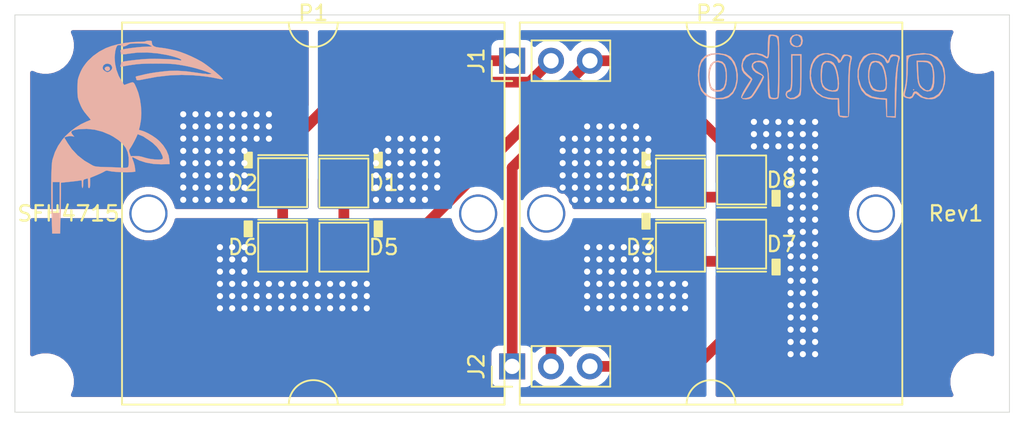
<source format=kicad_pcb>
(kicad_pcb (version 20171130) (host pcbnew 5.1.4-e60b266~84~ubuntu18.04.1)

  (general
    (thickness 1.6)
    (drawings 18)
    (tracks 693)
    (zones 0)
    (modules 18)
    (nets 10)
  )

  (page A4)
  (layers
    (0 F.Cu signal)
    (31 B.Cu signal)
    (32 B.Adhes user)
    (33 F.Adhes user)
    (34 B.Paste user)
    (35 F.Paste user)
    (36 B.SilkS user)
    (37 F.SilkS user)
    (38 B.Mask user)
    (39 F.Mask user)
    (40 Dwgs.User user)
    (41 Cmts.User user)
    (42 Eco1.User user)
    (43 Eco2.User user)
    (44 Edge.Cuts user)
    (45 Margin user)
    (46 B.CrtYd user)
    (47 F.CrtYd user)
    (48 B.Fab user hide)
    (49 F.Fab user hide)
  )

  (setup
    (last_trace_width 0.25)
    (user_trace_width 0.7)
    (trace_clearance 0.2)
    (zone_clearance 0.508)
    (zone_45_only no)
    (trace_min 0.2)
    (via_size 0.8)
    (via_drill 0.4)
    (via_min_size 0.4)
    (via_min_drill 0.3)
    (uvia_size 0.3)
    (uvia_drill 0.1)
    (uvias_allowed no)
    (uvia_min_size 0.2)
    (uvia_min_drill 0.1)
    (edge_width 0.05)
    (segment_width 0.2)
    (pcb_text_width 0.3)
    (pcb_text_size 1.5 1.5)
    (mod_edge_width 0.12)
    (mod_text_size 1 1)
    (mod_text_width 0.15)
    (pad_size 1.524 1.524)
    (pad_drill 0.762)
    (pad_to_mask_clearance 0.051)
    (solder_mask_min_width 0.25)
    (aux_axis_origin 0 0)
    (grid_origin 10 10)
    (visible_elements 7FFFFFFF)
    (pcbplotparams
      (layerselection 0x010f0_ffffffff)
      (usegerberextensions true)
      (usegerberattributes false)
      (usegerberadvancedattributes false)
      (creategerberjobfile false)
      (excludeedgelayer true)
      (linewidth 0.100000)
      (plotframeref false)
      (viasonmask false)
      (mode 1)
      (useauxorigin false)
      (hpglpennumber 1)
      (hpglpenspeed 20)
      (hpglpendiameter 15.000000)
      (psnegative false)
      (psa4output false)
      (plotreference true)
      (plotvalue true)
      (plotinvisibletext false)
      (padsonsilk false)
      (subtractmaskfromsilk false)
      (outputformat 1)
      (mirror false)
      (drillshape 0)
      (scaleselection 1)
      (outputdirectory "Gerber/"))
  )

  (net 0 "")
  (net 1 "Net-(D1-Pad1)")
  (net 2 /LED3)
  (net 3 "Net-(D2-Pad1)")
  (net 4 /LED4)
  (net 5 "Net-(D3-Pad1)")
  (net 6 /LED1)
  (net 7 "Net-(D4-Pad1)")
  (net 8 /LED2)
  (net 9 /VIN)

  (net_class Default "This is the default net class."
    (clearance 0.2)
    (trace_width 0.25)
    (via_dia 0.8)
    (via_drill 0.4)
    (uvia_dia 0.3)
    (uvia_drill 0.1)
    (add_net /LED1)
    (add_net /LED2)
    (add_net /LED3)
    (add_net /LED4)
    (add_net /VIN)
    (add_net "Net-(D1-Pad1)")
    (add_net "Net-(D2-Pad1)")
    (add_net "Net-(D3-Pad1)")
    (add_net "Net-(D4-Pad1)")
  )

  (module sense_fp:Appiko_Logo_2 (layer B.Cu) (tedit 5C021CA6) (tstamp 5D7A4CCF)
    (at 65 14 180)
    (fp_text reference G*** (at 0.07 4.46) (layer B.SilkS) hide
      (effects (font (size 1.524 1.524) (thickness 0.3)) (justify mirror))
    )
    (fp_text value Appiko_Logo_2 (at -0.1 8.89) (layer B.SilkS) hide
      (effects (font (size 1.524 1.524) (thickness 0.3)) (justify mirror))
    )
    (fp_poly (pts (xy 9.339914 0.941537) (xy 9.542887 0.747237) (xy 9.654506 0.418071) (xy 9.676789 -0.050323)
      (xy 9.656832 -0.321177) (xy 9.599833 -0.674849) (xy 9.501777 -0.890187) (xy 9.33804 -0.997392)
      (xy 9.083996 -1.026665) (xy 9.081584 -1.026666) (xy 8.832262 -0.997706) (xy 8.671312 -0.887341)
      (xy 8.608853 -0.803257) (xy 8.510476 -0.559845) (xy 8.466278 -0.197548) (xy 8.465001 -0.134842)
      (xy 8.538462 -0.134842) (xy 8.580266 -0.468279) (xy 8.670427 -0.719898) (xy 8.708408 -0.772013)
      (xy 8.92956 -0.911168) (xy 9.179984 -0.920994) (xy 9.399371 -0.807981) (xy 9.488987 -0.688)
      (xy 9.578437 -0.393662) (xy 9.60196 -0.040937) (xy 9.565738 0.316801) (xy 9.475953 0.62618)
      (xy 9.338787 0.833827) (xy 9.310158 0.855871) (xy 9.079938 0.918106) (xy 8.833534 0.849164)
      (xy 8.70469 0.746572) (xy 8.600525 0.533563) (xy 8.545165 0.219432) (xy 8.538462 -0.134842)
      (xy 8.465001 -0.134842) (xy 8.46247 -0.010666) (xy 8.493383 0.447488) (xy 8.59126 0.760495)
      (xy 8.763812 0.941833) (xy 9.018749 1.004984) (xy 9.04357 1.005334) (xy 9.339914 0.941537)) (layer B.SilkS) (width 0.01))
    (fp_poly (pts (xy -3.694667 -0.899666) (xy -3.737 -0.942) (xy -3.779334 -0.899666) (xy -3.737 -0.857333)
      (xy -3.694667 -0.899666)) (layer B.SilkS) (width 0.01))
    (fp_poly (pts (xy -3.96141 0.249399) (xy -3.985343 -0.151466) (xy -4.025785 -0.426898) (xy -4.091848 -0.620634)
      (xy -4.168705 -0.745434) (xy -4.381655 -0.933283) (xy -4.630276 -1.01381) (xy -4.860933 -0.977293)
      (xy -4.971879 -0.891027) (xy -5.048452 -0.70357) (xy -5.089769 -0.405368) (xy -5.096827 -0.051085)
      (xy -5.096665 -0.048876) (xy -5.007 -0.048876) (xy -4.975807 -0.49025) (xy -4.885977 -0.787726)
      (xy -4.743132 -0.936079) (xy -4.552896 -0.930084) (xy -4.320893 -0.764515) (xy -4.280926 -0.723562)
      (xy -4.176285 -0.590314) (xy -4.11041 -0.432203) (xy -4.071733 -0.20341) (xy -4.048687 0.141885)
      (xy -4.045812 0.207771) (xy -4.015957 0.920667) (xy -4.35019 0.920667) (xy -4.641785 0.884712)
      (xy -4.837607 0.76203) (xy -4.952713 0.530397) (xy -5.002159 0.167587) (xy -5.007 -0.048876)
      (xy -5.096665 -0.048876) (xy -5.070618 0.304614) (xy -5.012138 0.607067) (xy -4.941549 0.775868)
      (xy -4.826779 0.915666) (xy -4.681971 0.983863) (xy -4.44589 1.004689) (xy -4.361625 1.005334)
      (xy -3.931819 1.005334) (xy -3.96141 0.249399)) (layer B.SilkS) (width 0.01))
    (fp_poly (pts (xy 2.046205 0.976944) (xy 2.195988 0.881791) (xy 2.286669 0.680228) (xy 2.331274 0.348994)
      (xy 2.34155 0.065247) (xy 2.318248 -0.386984) (xy 2.222847 -0.700606) (xy 2.041529 -0.895997)
      (xy 1.760474 -0.993535) (xy 1.612396 -1.010026) (xy 1.370691 -1.017054) (xy 1.245234 -0.981119)
      (xy 1.184122 -0.87923) (xy 1.165347 -0.811998) (xy 1.145956 -0.610205) (xy 1.214909 -0.610205)
      (xy 1.244433 -0.809306) (xy 1.366384 -0.920795) (xy 1.575166 -0.946307) (xy 1.815117 -0.891354)
      (xy 2.030577 -0.76145) (xy 2.064813 -0.728048) (xy 2.173426 -0.589431) (xy 2.233 -0.430682)
      (xy 2.256092 -0.198943) (xy 2.256664 0.079427) (xy 2.236782 0.411135) (xy 2.193407 0.671055)
      (xy 2.141173 0.80109) (xy 1.960413 0.906656) (xy 1.743063 0.877374) (xy 1.534971 0.726309)
      (xy 1.444901 0.602691) (xy 1.351183 0.366821) (xy 1.275678 0.044258) (xy 1.227287 -0.302313)
      (xy 1.214909 -0.610205) (xy 1.145956 -0.610205) (xy 1.135569 -0.502126) (xy 1.162347 -0.110408)
      (xy 1.235906 0.289204) (xy 1.346472 0.622754) (xy 1.358285 0.647785) (xy 1.485682 0.859121)
      (xy 1.635297 0.95745) (xy 1.824295 0.988948) (xy 2.046205 0.976944)) (layer B.SilkS) (width 0.01))
    (fp_poly (pts (xy -1.092282 0.982916) (xy -0.949011 0.901746) (xy -0.854848 0.715808) (xy -0.786082 0.395471)
      (xy -0.774681 0.321981) (xy -0.761349 -0.049421) (xy -0.817102 -0.424137) (xy -0.928576 -0.739884)
      (xy -1.035952 -0.895856) (xy -1.219289 -0.986849) (xy -1.503845 -1.026207) (xy -1.540102 -1.026666)
      (xy -1.777928 -1.014709) (xy -1.90033 -0.960668) (xy -1.960569 -0.837289) (xy -1.968456 -0.807471)
      (xy -1.987193 -0.610246) (xy -1.917768 -0.610246) (xy -1.888234 -0.809306) (xy -1.768367 -0.913887)
      (xy -1.55906 -0.944904) (xy -1.321733 -0.905703) (xy -1.117804 -0.799631) (xy -1.081347 -0.76534)
      (xy -0.949801 -0.556292) (xy -0.86244 -0.299067) (xy -0.861795 -0.29567) (xy -0.837946 0.000905)
      (xy -0.859543 0.323218) (xy -0.917719 0.612177) (xy -1.003603 0.80869) (xy -1.032211 0.839772)
      (xy -1.237165 0.914158) (xy -1.460003 0.84551) (xy -1.658507 0.649099) (xy -1.687619 0.602691)
      (xy -1.781406 0.366836) (xy -1.856966 0.044264) (xy -1.905389 -0.302328) (xy -1.917768 -0.610246)
      (xy -1.987193 -0.610246) (xy -1.997516 -0.501595) (xy -1.970718 -0.113186) (xy -1.89787 0.284205)
      (xy -1.788781 0.617029) (xy -1.774382 0.647785) (xy -1.646985 0.859121) (xy -1.49737 0.95745)
      (xy -1.308371 0.988948) (xy -1.092282 0.982916)) (layer B.SilkS) (width 0.01))
    (fp_poly (pts (xy 4.173552 2.657858) (xy 4.325897 2.48186) (xy 4.357747 2.245541) (xy 4.283022 2.049213)
      (xy 4.129235 1.938936) (xy 3.900544 1.892356) (xy 3.68418 1.924333) (xy 3.650166 1.941402)
      (xy 3.539898 2.09288) (xy 3.506655 2.310545) (xy 3.610173 2.310545) (xy 3.642503 2.108849)
      (xy 3.672245 2.062568) (xy 3.809091 1.952008) (xy 3.972502 1.96475) (xy 4.100232 2.024313)
      (xy 4.237168 2.170512) (xy 4.254484 2.356671) (xy 4.176009 2.532772) (xy 4.025573 2.648795)
      (xy 3.827002 2.65472) (xy 3.803735 2.646691) (xy 3.670117 2.517368) (xy 3.610173 2.310545)
      (xy 3.506655 2.310545) (xy 3.504755 2.322982) (xy 3.552781 2.554852) (xy 3.580514 2.606945)
      (xy 3.712171 2.691324) (xy 3.923079 2.726885) (xy 3.925333 2.726889) (xy 4.173552 2.657858)) (layer B.SilkS) (width 0.01))
    (fp_poly (pts (xy 9.509786 1.467913) (xy 9.877542 1.327691) (xy 10.13685 1.065271) (xy 10.293879 0.673781)
      (xy 10.354801 0.146349) (xy 10.355933 0.01322) (xy 10.302407 -0.54392) (xy 10.146944 -0.968687)
      (xy 9.883919 -1.267985) (xy 9.507709 -1.448714) (xy 9.112304 -1.51318) (xy 8.746541 -1.513141)
      (xy 8.467813 -1.448197) (xy 8.328 -1.382087) (xy 8.062943 -1.146204) (xy 7.877923 -0.799741)
      (xy 7.773856 -0.381828) (xy 7.76671 -0.236863) (xy 7.835373 -0.236863) (xy 7.918227 -0.659482)
      (xy 8.095846 -1.021745) (xy 8.357023 -1.2759) (xy 8.717408 -1.416791) (xy 9.130597 -1.441553)
      (xy 9.525892 -1.349901) (xy 9.662273 -1.281124) (xy 9.975732 -1.02409) (xy 10.171547 -0.693046)
      (xy 10.263576 -0.258684) (xy 10.275016 0.014705) (xy 10.241815 0.494218) (xy 10.131851 0.852559)
      (xy 9.930491 1.126078) (xy 9.776707 1.252659) (xy 9.452886 1.392015) (xy 9.060946 1.429081)
      (xy 8.667887 1.363627) (xy 8.42891 1.257268) (xy 8.144053 0.993177) (xy 7.949421 0.629462)
      (xy 7.846149 0.206117) (xy 7.835373 -0.236863) (xy 7.76671 -0.236863) (xy 7.75166 0.068401)
      (xy 7.812252 0.511816) (xy 7.956548 0.909285) (xy 8.185466 1.221675) (xy 8.265411 1.288987)
      (xy 8.535318 1.41859) (xy 8.927186 1.485832) (xy 9.027411 1.492809) (xy 9.509786 1.467913)) (layer B.SilkS) (width 0.01))
    (fp_poly (pts (xy 5.682166 2.708039) (xy 5.737056 2.646106) (xy 5.770987 2.459952) (xy 5.786427 2.131458)
      (xy 5.788 1.93062) (xy 5.790653 1.571237) (xy 5.80207 1.355624) (xy 5.82744 1.258254)
      (xy 5.871949 1.253603) (xy 5.917721 1.292294) (xy 6.14068 1.419909) (xy 6.462206 1.490676)
      (xy 6.817651 1.492852) (xy 6.93164 1.476466) (xy 7.234287 1.342928) (xy 7.43119 1.085746)
      (xy 7.510469 0.722216) (xy 7.511035 0.63297) (xy 7.478013 0.38394) (xy 7.368225 0.192051)
      (xy 7.201793 0.030399) (xy 6.901545 -0.229145) (xy 7.240194 -0.761776) (xy 7.398638 -1.035318)
      (xy 7.503617 -1.264659) (xy 7.535104 -1.405113) (xy 7.532745 -1.414537) (xy 7.419191 -1.503915)
      (xy 7.216734 -1.531033) (xy 6.994519 -1.494415) (xy 6.862555 -1.428833) (xy 6.750305 -1.304301)
      (xy 6.593269 -1.080265) (xy 6.417959 -0.801349) (xy 6.250886 -0.512183) (xy 6.118561 -0.257391)
      (xy 6.047496 -0.081602) (xy 6.042 -0.047583) (xy 6.111622 0.060712) (xy 6.282714 0.179353)
      (xy 6.317951 0.197003) (xy 6.582425 0.366416) (xy 6.733115 0.555937) (xy 6.750412 0.735685)
      (xy 6.713827 0.800302) (xy 6.52405 0.911502) (xy 6.282702 0.903931) (xy 6.050169 0.785854)
      (xy 5.963478 0.697582) (xy 5.885505 0.579172) (xy 5.834447 0.436582) (xy 5.804829 0.2331)
      (xy 5.791174 -0.067985) (xy 5.788 -0.478692) (xy 5.784256 -0.904929) (xy 5.770483 -1.190572)
      (xy 5.742862 -1.364248) (xy 5.697579 -1.454583) (xy 5.654075 -1.483274) (xy 5.353225 -1.524982)
      (xy 5.131833 -1.478593) (xy 5.096003 -1.422134) (xy 5.068631 -1.274817) (xy 5.048896 -1.020907)
      (xy 5.035977 -0.644669) (xy 5.029053 -0.130367) (xy 5.027296 0.525556) (xy 5.029734 0.989676)
      (xy 5.110655 0.989676) (xy 5.110666 0.598769) (xy 5.113199 0.042253) (xy 5.120299 -0.456986)
      (xy 5.13122 -0.874249) (xy 5.145215 -1.184836) (xy 5.161538 -1.364048) (xy 5.170998 -1.397442)
      (xy 5.292925 -1.434526) (xy 5.446164 -1.43272) (xy 5.536395 -1.417286) (xy 5.598308 -1.376744)
      (xy 5.63891 -1.282392) (xy 5.665207 -1.105528) (xy 5.684205 -0.817453) (xy 5.702909 -0.389464)
      (xy 5.703333 -0.379173) (xy 5.733398 0.139887) (xy 5.78186 0.512843) (xy 5.860181 0.762779)
      (xy 5.979824 0.912782) (xy 6.152254 0.985938) (xy 6.388934 1.005333) (xy 6.39081 1.005334)
      (xy 6.658353 0.948937) (xy 6.811169 0.804747) (xy 6.848434 0.61027) (xy 6.769328 0.403009)
      (xy 6.573027 0.220467) (xy 6.409718 0.142336) (xy 6.222549 0.059171) (xy 6.129082 -0.012698)
      (xy 6.126666 -0.021607) (xy 6.167913 -0.125387) (xy 6.27483 -0.328859) (xy 6.422184 -0.588851)
      (xy 6.584743 -0.862189) (xy 6.737271 -1.105701) (xy 6.854537 -1.276214) (xy 6.874928 -1.301833)
      (xy 7.001757 -1.383462) (xy 7.186432 -1.439187) (xy 7.364691 -1.458013) (xy 7.47227 -1.428944)
      (xy 7.481333 -1.405591) (xy 7.439281 -1.31764) (xy 7.328164 -1.12596) (xy 7.17054 -0.869226)
      (xy 7.142666 -0.824942) (xy 6.978929 -0.55555) (xy 6.858705 -0.338434) (xy 6.804922 -0.215369)
      (xy 6.804 -0.207939) (xy 6.866151 -0.109582) (xy 7.01984 0.031304) (xy 7.062255 0.063759)
      (xy 7.33105 0.33818) (xy 7.43902 0.639463) (xy 7.388821 0.939607) (xy 7.188718 1.226995)
      (xy 6.897572 1.392) (xy 6.549344 1.42646) (xy 6.177999 1.322218) (xy 6.060625 1.258716)
      (xy 5.90987 1.173925) (xy 5.809615 1.154031) (xy 5.74804 1.221626) (xy 5.71333 1.399299)
      (xy 5.693667 1.709641) (xy 5.683836 1.979) (xy 5.669051 2.315399) (xy 5.646303 2.515148)
      (xy 5.605964 2.610921) (xy 5.538404 2.635395) (xy 5.491666 2.631145) (xy 5.370726 2.611954)
      (xy 5.278523 2.581172) (xy 5.21116 2.518024) (xy 5.164744 2.401736) (xy 5.13538 2.211531)
      (xy 5.119174 1.926637) (xy 5.11223 1.526276) (xy 5.110655 0.989676) (xy 5.029734 0.989676)
      (xy 5.030254 1.088501) (xy 5.037841 1.596749) (xy 5.049282 2.025171) (xy 5.063803 2.348637)
      (xy 5.080627 2.542015) (xy 5.090796 2.584165) (xy 5.225197 2.66558) (xy 5.462823 2.70922)
      (xy 5.682166 2.708039)) (layer B.SilkS) (width 0.01))
    (fp_poly (pts (xy 4.264 0.277741) (xy 4.265717 -0.185675) (xy 4.273333 -0.507064) (xy 4.290542 -0.713718)
      (xy 4.321037 -0.832929) (xy 4.368514 -0.89199) (xy 4.425505 -0.91542) (xy 4.583826 -1.028961)
      (xy 4.633564 -1.213746) (xy 4.557151 -1.398227) (xy 4.546748 -1.409156) (xy 4.327092 -1.518665)
      (xy 4.050414 -1.50309) (xy 3.883 -1.433494) (xy 3.7204 -1.317891) (xy 3.651463 -1.245569)
      (xy 3.62974 -1.132526) (xy 3.611149 -0.882002) (xy 3.597151 -0.525838) (xy 3.589207 -0.095878)
      (xy 3.587963 0.1375) (xy 3.586752 1.344) (xy 3.671333 1.344) (xy 3.671333 0.119632)
      (xy 3.672874 -0.362157) (xy 3.680111 -0.704184) (xy 3.696966 -0.936008) (xy 3.727359 -1.08719)
      (xy 3.775211 -1.187292) (xy 3.844444 -1.265874) (xy 3.856631 -1.277368) (xy 4.092292 -1.418985)
      (xy 4.331394 -1.438933) (xy 4.49445 -1.355016) (xy 4.552398 -1.211157) (xy 4.501276 -1.075378)
      (xy 4.391 -1.026666) (xy 4.309358 -1.002742) (xy 4.251191 -0.915698) (xy 4.212821 -0.742625)
      (xy 4.190573 -0.460615) (xy 4.180771 -0.046759) (xy 4.179333 0.292592) (xy 4.179333 1.344)
      (xy 3.671333 1.344) (xy 3.586752 1.344) (xy 3.586666 1.428667) (xy 4.264 1.428667)
      (xy 4.264 0.277741)) (layer B.SilkS) (width 0.01))
    (fp_poly (pts (xy -3.760265 1.434348) (xy -3.698835 1.421651) (xy -3.271334 1.329969) (xy -3.269314 0.469151)
      (xy -3.26019 -0.022143) (xy -3.230058 -0.407442) (xy -3.170799 -0.749593) (xy -3.074293 -1.111442)
      (xy -3.058318 -1.164087) (xy -3.049238 -1.297253) (xy -3.149348 -1.387486) (xy -3.284608 -1.44194)
      (xy -3.512425 -1.485938) (xy -3.670349 -1.409474) (xy -3.801605 -1.189728) (xy -3.813295 -1.162826)
      (xy -3.886801 -1.136996) (xy -3.971415 -1.213838) (xy -4.213503 -1.395608) (xy -4.546538 -1.503983)
      (xy -4.902417 -1.523687) (xy -5.134 -1.474601) (xy -5.433459 -1.277254) (xy -5.652053 -0.945827)
      (xy -5.780241 -0.499818) (xy -5.811334 -0.090505) (xy -5.809129 -0.069725) (xy -5.726667 -0.069725)
      (xy -5.705265 -0.425512) (xy -5.648591 -0.726862) (xy -5.601359 -0.854062) (xy -5.357991 -1.180143)
      (xy -5.047376 -1.382187) (xy -4.703659 -1.446658) (xy -4.360986 -1.360025) (xy -4.345268 -1.351896)
      (xy -4.151251 -1.2098) (xy -4.052184 -1.101443) (xy -3.916275 -1.004631) (xy -3.774359 -1.016194)
      (xy -3.696499 -1.126155) (xy -3.694667 -1.152358) (xy -3.624983 -1.313449) (xy -3.455501 -1.384889)
      (xy -3.303171 -1.362258) (xy -3.202613 -1.313156) (xy -3.16383 -1.235978) (xy -3.181091 -1.084105)
      (xy -3.239671 -0.845557) (xy -3.292235 -0.553957) (xy -3.332439 -0.161573) (xy -3.354 0.263156)
      (xy -3.356 0.42206) (xy -3.358008 0.823102) (xy -3.382414 1.086772) (xy -3.456791 1.244953)
      (xy -3.608713 1.329528) (xy -3.865753 1.372381) (xy -4.202667 1.401048) (xy -4.522514 1.418146)
      (xy -4.738907 1.397591) (xy -4.915743 1.327559) (xy -5.047319 1.244743) (xy -5.408443 0.933762)
      (xy -5.625772 0.575838) (xy -5.719368 0.13215) (xy -5.726667 -0.069725) (xy -5.809129 -0.069725)
      (xy -5.751377 0.47446) (xy -5.573893 0.918512) (xy -5.282461 1.239088) (xy -4.880659 1.433628)
      (xy -4.372068 1.499568) (xy -3.760265 1.434348)) (layer B.SilkS) (width 0.01))
    (fp_poly (pts (xy 2.213637 1.480666) (xy 2.540455 1.355459) (xy 2.790051 1.105478) (xy 2.96145 0.743399)
      (xy 3.048751 0.310244) (xy 3.046054 -0.152959) (xy 2.947457 -0.605188) (xy 2.854293 -0.826405)
      (xy 2.608168 -1.138578) (xy 2.248683 -1.376559) (xy 1.825225 -1.512918) (xy 1.57906 -1.534666)
      (xy 1.216 -1.534666) (xy 1.216 -2.075941) (xy 1.205268 -2.393653) (xy 1.167867 -2.577634)
      (xy 1.095992 -2.66243) (xy 1.082075 -2.668608) (xy 0.873797 -2.713002) (xy 0.656133 -2.712081)
      (xy 0.513685 -2.666593) (xy 0.510444 -2.663555) (xy 0.492788 -2.564957) (xy 0.47739 -2.324291)
      (xy 0.465177 -1.968816) (xy 0.457073 -1.525791) (xy 0.454004 -1.022476) (xy 0.454 -1.001211)
      (xy 0.448383 -0.383107) (xy 0.432332 0.147573) (xy 0.407045 0.567233) (xy 0.373721 0.852278)
      (xy 0.355768 0.932557) (xy 0.294735 1.168144) (xy 0.296685 1.180726) (xy 0.393073 1.180726)
      (xy 0.407266 1.028402) (xy 0.442547 0.917125) (xy 0.478388 0.723363) (xy 0.506795 0.380526)
      (xy 0.526758 -0.091246) (xy 0.537269 -0.671817) (xy 0.538666 -1.002331) (xy 0.538666 -2.646062)
      (xy 1.089 -2.593) (xy 1.13907 -1.45) (xy 1.524572 -1.45) (xy 1.840316 -1.417284)
      (xy 2.143334 -1.336063) (xy 2.205593 -1.309767) (xy 2.533734 -1.078846) (xy 2.769229 -0.761737)
      (xy 2.914742 -0.387571) (xy 2.972936 0.014522) (xy 2.946475 0.415409) (xy 2.838023 0.785959)
      (xy 2.650244 1.097042) (xy 2.385801 1.319527) (xy 2.04736 1.424281) (xy 1.955181 1.428667)
      (xy 1.700278 1.381058) (xy 1.456377 1.261128) (xy 1.277289 1.103225) (xy 1.216 0.956855)
      (xy 1.174845 0.858044) (xy 1.077197 0.880131) (xy 0.961781 1.003988) (xy 0.903602 1.111167)
      (xy 0.769835 1.301514) (xy 0.598531 1.329799) (xy 0.463714 1.267129) (xy 0.393073 1.180726)
      (xy 0.296685 1.180726) (xy 0.314161 1.293435) (xy 0.441386 1.35892) (xy 0.606548 1.395677)
      (xy 0.800703 1.414013) (xy 0.904914 1.341347) (xy 0.959999 1.222262) (xy 1.046249 0.995407)
      (xy 1.24194 1.22291) (xy 1.50348 1.408923) (xy 1.847338 1.496879) (xy 2.213637 1.480666)) (layer B.SilkS) (width 0.01))
    (fp_poly (pts (xy -0.796943 1.455126) (xy -0.510377 1.311381) (xy -0.422757 1.227734) (xy -0.20047 0.854837)
      (xy -0.084087 0.407762) (xy -0.070307 -0.069854) (xy -0.155828 -0.534375) (xy -0.337348 -0.942165)
      (xy -0.610098 -1.248469) (xy -0.897887 -1.409092) (xy -1.267708 -1.496601) (xy -1.402053 -1.511521)
      (xy -1.909452 -1.55753) (xy -1.959 -2.677666) (xy -2.265596 -2.703294) (xy -2.572191 -2.728921)
      (xy -2.617524 -1.052294) (xy -2.639356 -0.439233) (xy -2.668746 0.094403) (xy -2.703821 0.52406)
      (xy -2.742708 0.825182) (xy -2.769612 0.941762) (xy -2.836771 1.172682) (xy -2.830155 1.213536)
      (xy -2.729603 1.213536) (xy -2.725088 1.060672) (xy -2.623899 0.581663) (xy -2.554524 -0.057711)
      (xy -2.517494 -0.851398) (xy -2.511036 -1.3865) (xy -2.509334 -2.635333) (xy -2.001334 -2.635333)
      (xy -2.001334 -1.470352) (xy -1.508964 -1.434737) (xy -1.014365 -1.33612) (xy -0.633857 -1.116053)
      (xy -0.356919 -0.767743) (xy -0.299994 -0.654042) (xy -0.155217 -0.163304) (xy -0.150761 0.329188)
      (xy -0.281812 0.784285) (xy -0.520399 1.138925) (xy -0.733463 1.330582) (xy -0.9384 1.414279)
      (xy -1.13208 1.428667) (xy -1.414643 1.382968) (xy -1.672712 1.265898) (xy -1.856333 1.107499)
      (xy -1.916667 0.956855) (xy -1.984575 0.84997) (xy -2.043667 0.836) (xy -2.148709 0.905893)
      (xy -2.170667 0.994967) (xy -2.241514 1.199024) (xy -2.416928 1.308537) (xy -2.597678 1.3005)
      (xy -2.729603 1.213536) (xy -2.830155 1.213536) (xy -2.816862 1.295614) (xy -2.682275 1.361121)
      (xy -2.521203 1.39666) (xy -2.326375 1.416581) (xy -2.220669 1.344436) (xy -2.151223 1.191815)
      (xy -2.080843 1.022532) (xy -2.031786 0.998021) (xy -1.968029 1.103726) (xy -1.962178 1.115438)
      (xy -1.76862 1.330223) (xy -1.476362 1.460878) (xy -1.135704 1.503736) (xy -0.796943 1.455126)) (layer B.SilkS) (width 0.01))
  )

  (module sense_fp:Appiko_LOGO_img (layer B.Cu) (tedit 0) (tstamp 5D7A4C6F)
    (at 18 18 180)
    (fp_text reference G*** (at 0 0) (layer B.SilkS) hide
      (effects (font (size 1.524 1.524) (thickness 0.3)) (justify mirror))
    )
    (fp_text value Appiko_LOGO_img (at 0.75 0) (layer B.SilkS) hide
      (effects (font (size 1.524 1.524) (thickness 0.3)) (justify mirror))
    )
    (fp_poly (pts (xy -0.626652 6.303534) (xy -0.553638 6.286384) (xy -0.544285 6.276194) (xy -0.502021 6.26229)
      (xy -0.387571 6.251009) (xy -0.219453 6.243669) (xy -0.056696 6.241516) (xy 0.37373 6.220636)
      (xy 0.829996 6.162711) (xy 1.283289 6.073408) (xy 1.704796 5.958399) (xy 2.063444 5.824359)
      (xy 2.49079 5.597172) (xy 2.885341 5.315281) (xy 3.223935 4.996311) (xy 3.354606 4.841875)
      (xy 3.496427 4.651869) (xy 3.602953 4.485099) (xy 3.69205 4.309756) (xy 3.781583 4.094027)
      (xy 3.796858 4.054381) (xy 3.844028 3.922842) (xy 3.87653 3.804401) (xy 3.89702 3.678981)
      (xy 3.908152 3.526503) (xy 3.91258 3.326888) (xy 3.913124 3.175) (xy 3.911451 2.937058)
      (xy 3.904668 2.758407) (xy 3.89013 2.61899) (xy 3.865192 2.498752) (xy 3.827209 2.377638)
      (xy 3.797306 2.296855) (xy 3.693153 2.044571) (xy 3.58705 1.838858) (xy 3.460175 1.648298)
      (xy 3.293703 1.441471) (xy 3.264424 1.407415) (xy 3.161434 1.285612) (xy 3.085742 1.190796)
      (xy 3.049249 1.138096) (xy 3.048046 1.132314) (xy 3.093191 1.112473) (xy 3.19779 1.069767)
      (xy 3.328166 1.017812) (xy 3.687096 0.84615) (xy 4.052805 0.617428) (xy 4.401626 0.349355)
      (xy 4.709895 0.059643) (xy 4.895579 -0.155147) (xy 5.177185 -0.565429) (xy 5.385718 -0.982756)
      (xy 5.535259 -1.436197) (xy 5.555502 -1.517599) (xy 5.576351 -1.650805) (xy 5.593676 -1.856211)
      (xy 5.607404 -2.126701) (xy 5.617465 -2.455159) (xy 5.623784 -2.834467) (xy 5.626289 -3.257508)
      (xy 5.624909 -3.717167) (xy 5.619571 -4.206326) (xy 5.610202 -4.717868) (xy 5.596731 -5.244678)
      (xy 5.594246 -5.328046) (xy 5.564403 -6.310312) (xy 5.049169 -6.310312) (xy 5.019326 -5.328046)
      (xy 5.010446 -5.004944) (xy 5.002609 -4.660789) (xy 4.996233 -4.318838) (xy 4.991735 -4.002343)
      (xy 4.989535 -3.73456) (xy 4.989384 -3.663603) (xy 4.989286 -2.981426) (xy 4.796518 -2.96094)
      (xy 4.658399 -2.946303) (xy 4.569209 -2.936875) (xy 5.08 -2.936875) (xy 5.08 -4.960937)
      (xy 5.533572 -4.960937) (xy 5.533572 -2.936875) (xy 5.08 -2.936875) (xy 4.569209 -2.936875)
      (xy 4.467096 -2.926081) (xy 4.259488 -2.904171) (xy 4.218215 -2.89982) (xy 4.027959 -2.878101)
      (xy 3.862222 -2.856202) (xy 3.749594 -2.83799) (xy 3.730625 -2.83387) (xy 3.676211 -2.824814)
      (xy 3.645659 -2.842346) (xy 3.632098 -2.902443) (xy 3.628658 -3.02108) (xy 3.628572 -3.071152)
      (xy 3.622265 -3.207776) (xy 3.60551 -3.301522) (xy 3.583215 -3.33375) (xy 3.559864 -3.29709)
      (xy 3.543758 -3.199044) (xy 3.537858 -3.059819) (xy 3.536157 -2.915402) (xy 3.524979 -2.830102)
      (xy 3.49521 -2.783661) (xy 3.437737 -2.755822) (xy 3.395018 -2.742319) (xy 3.293567 -2.712678)
      (xy 3.237906 -2.698877) (xy 3.236268 -2.69875) (xy 3.228879 -2.735304) (xy 3.223315 -2.832446)
      (xy 3.220517 -2.97139) (xy 3.220358 -3.01625) (xy 3.217153 -3.179156) (xy 3.205526 -3.276922)
      (xy 3.182457 -3.323642) (xy 3.152322 -3.33375) (xy 3.118225 -3.319297) (xy 3.097394 -3.266705)
      (xy 3.087018 -3.162118) (xy 3.084286 -2.998315) (xy 3.084286 -2.66288) (xy 2.698149 -2.504549)
      (xy 2.508912 -2.423693) (xy 2.334782 -2.343587) (xy 2.203972 -2.277412) (xy 2.170091 -2.257793)
      (xy 2.075211 -2.205537) (xy 1.993655 -2.189354) (xy 1.884559 -2.204857) (xy 1.819175 -2.220132)
      (xy 1.662846 -2.246478) (xy 1.442297 -2.268691) (xy 1.183954 -2.285629) (xy 0.914246 -2.296149)
      (xy 0.659602 -2.299109) (xy 0.44645 -2.293367) (xy 0.33992 -2.284071) (xy 0.124295 -2.255778)
      (xy 0.154523 -1.997614) (xy 0.186038 -1.820725) (xy 0.235087 -1.639298) (xy 0.247273 -1.606133)
      (xy 0.56209 -1.606133) (xy 0.568501 -1.775749) (xy 0.57905 -1.882574) (xy 0.598954 -1.943183)
      (xy 0.633429 -1.974154) (xy 0.68316 -1.990894) (xy 0.806416 -2.005736) (xy 0.94984 -2.001503)
      (xy 0.9525 -2.001199) (xy 1.049112 -1.993945) (xy 1.218148 -1.985338) (xy 1.441352 -1.976141)
      (xy 1.700466 -1.967119) (xy 1.927679 -1.960368) (xy 2.221378 -1.951741) (xy 2.440088 -1.942997)
      (xy 2.59951 -1.932211) (xy 2.715348 -1.917461) (xy 2.803301 -1.896821) (xy 2.879073 -1.868367)
      (xy 2.948215 -1.835301) (xy 3.460132 -1.535917) (xy 3.901495 -1.187553) (xy 4.275886 -0.786964)
      (xy 4.559399 -0.377665) (xy 4.772444 -0.021112) (xy 4.621423 0.032808) (xy 4.431453 0.067688)
      (xy 4.294703 0.062145) (xy 4.119004 0.037561) (xy 4.213967 0.143196) (xy 4.297854 0.25934)
      (xy 4.31145 0.349648) (xy 4.24995 0.418812) (xy 4.108547 0.471526) (xy 3.882435 0.512483)
      (xy 3.828718 0.51942) (xy 3.310883 0.543633) (xy 2.795548 0.490189) (xy 2.290119 0.36069)
      (xy 1.801996 0.156737) (xy 1.573664 0.031467) (xy 1.218936 -0.204703) (xy 0.947939 -0.446529)
      (xy 0.753892 -0.704989) (xy 0.630015 -0.991058) (xy 0.569529 -1.315713) (xy 0.56209 -1.606133)
      (xy 0.247273 -1.606133) (xy 0.272728 -1.536856) (xy 0.325889 -1.397442) (xy 0.334238 -1.323371)
      (xy 0.297018 -1.310603) (xy 0.23595 -1.340547) (xy -0.137238 -1.527488) (xy -0.568243 -1.665449)
      (xy -1.040148 -1.750438) (xy -1.536034 -1.778466) (xy -1.616143 -1.777406) (xy -2.109107 -1.766093)
      (xy -2.0986 -1.521481) (xy -2.065689 -1.331209) (xy -1.668411 -1.331209) (xy -1.656023 -1.410777)
      (xy -1.582548 -1.452101) (xy -1.436096 -1.466397) (xy -1.350798 -1.467043) (xy -1.138157 -1.456759)
      (xy -0.908841 -1.432025) (xy -0.79375 -1.413414) (xy -0.609479 -1.372339) (xy -0.429921 -1.323233)
      (xy -0.340178 -1.293488) (xy -0.101778 -1.241746) (xy 0.134883 -1.234993) (xy 0.428515 -1.24419)
      (xy 0.495225 -1.056232) (xy 0.532488 -0.93762) (xy 0.536774 -0.860899) (xy 0.506935 -0.79363)
      (xy 0.484795 -0.761559) (xy 0.402275 -0.6349) (xy 0.300913 -0.461389) (xy 0.19555 -0.267872)
      (xy 0.101027 -0.081199) (xy 0.05951 0.007773) (xy -0.023862 0.194139) (xy -0.226119 0.114904)
      (xy -0.349062 0.062742) (xy -0.433463 0.019512) (xy -0.452313 0.005294) (xy -0.500678 -0.032426)
      (xy -0.599704 -0.097218) (xy -0.684434 -0.148982) (xy -1.003584 -0.37474) (xy -1.2798 -0.641067)
      (xy -1.497072 -0.930158) (xy -1.631598 -1.202183) (xy -1.668411 -1.331209) (xy -2.065689 -1.331209)
      (xy -2.042539 -1.197373) (xy -1.906354 -0.866046) (xy -1.697338 -0.541486) (xy -1.435366 -0.249673)
      (xy -1.231147 -0.078291) (xy -0.983866 0.091935) (xy -0.72103 0.244552) (xy -0.47015 0.363102)
      (xy -0.324917 0.414564) (xy -0.106508 0.478039) (xy -0.169248 0.725192) (xy -0.23924 1.124955)
      (xy -0.262053 1.565764) (xy -0.239711 2.023814) (xy -0.174238 2.475301) (xy -0.067657 2.896421)
      (xy 0.039555 3.18143) (xy 0.123319 3.370923) (xy 0.185644 3.4965) (xy 0.242185 3.566679)
      (xy 0.3086 3.589979) (xy 0.400543 3.574918) (xy 0.533671 3.530015) (xy 0.622211 3.498459)
      (xy 0.858886 3.415284) (xy 1.021746 3.658427) (xy 1.220243 4.016746) (xy 1.365078 4.409559)
      (xy 1.402137 4.581726) (xy 1.642856 4.581726) (xy 1.65842 4.454048) (xy 1.759794 4.340708)
      (xy 1.836965 4.294498) (xy 1.911971 4.259737) (xy 1.968103 4.254892) (xy 2.04142 4.283908)
      (xy 2.120447 4.325503) (xy 2.236189 4.425265) (xy 2.269855 4.548747) (xy 2.219199 4.681973)
      (xy 2.184572 4.724641) (xy 2.065676 4.797036) (xy 1.919838 4.811423) (xy 1.781198 4.768481)
      (xy 1.71553 4.71532) (xy 1.642856 4.581726) (xy 1.402137 4.581726) (xy 1.453001 4.818021)
      (xy 1.480768 5.223289) (xy 1.445132 5.606519) (xy 1.393192 5.814219) (xy 1.350471 5.920908)
      (xy 1.306162 5.992292) (xy 1.294887 6.002127) (xy 1.194858 6.030948) (xy 1.090687 6.018629)
      (xy 1.025781 5.970535) (xy 1.024966 5.96876) (xy 0.964501 5.927449) (xy 0.853026 5.9367)
      (xy 0.706512 5.993539) (xy 0.615088 6.045061) (xy 0.546513 6.08237) (xy 0.469985 6.107185)
      (xy 0.366021 6.121965) (xy 0.215136 6.12917) (xy -0.002155 6.131258) (xy -0.068035 6.13127)
      (xy -0.303787 6.129791) (xy -0.469725 6.123908) (xy -0.586732 6.110767) (xy -0.67569 6.087512)
      (xy -0.757484 6.051289) (xy -0.79375 6.032051) (xy -0.975178 5.933282) (xy -0.635 5.924502)
      (xy -0.380234 5.912574) (xy -0.100104 5.890559) (xy 0.187349 5.860836) (xy 0.464083 5.825783)
      (xy 0.712056 5.787779) (xy 0.913229 5.749201) (xy 1.049559 5.712428) (xy 1.083341 5.697986)
      (xy 1.107255 5.640455) (xy 1.087961 5.574689) (xy 1.067389 5.502658) (xy 1.078355 5.475669)
      (xy 1.073392 5.458857) (xy 1.032422 5.434277) (xy 0.945228 5.417499) (xy 0.793449 5.427335)
      (xy 0.612133 5.455806) (xy -0.009714 5.532466) (xy -0.655724 5.540988) (xy -1.333332 5.481143)
      (xy -1.931828 5.377988) (xy -2.189575 5.318843) (xy -2.425293 5.25429) (xy -2.625495 5.189125)
      (xy -2.776693 5.128146) (xy -2.8654 5.076153) (xy -2.880358 5.040567) (xy -2.831424 5.013743)
      (xy -2.817661 5.017485) (xy -2.730819 5.040798) (xy -2.568701 5.062641) (xy -2.346743 5.082349)
      (xy -2.080378 5.099258) (xy -1.785041 5.112705) (xy -1.476167 5.122025) (xy -1.169189 5.126554)
      (xy -0.879542 5.125628) (xy -0.62266 5.118582) (xy -0.551314 5.115008) (xy -0.330687 5.099256)
      (xy -0.083045 5.076376) (xy 0.174699 5.048545) (xy 0.425634 5.017942) (xy 0.65285 4.986743)
      (xy 0.839434 4.957125) (xy 0.968475 4.931267) (xy 1.022096 4.912427) (xy 1.040274 4.870837)
      (xy 1.071165 4.780916) (xy 1.080995 4.74997) (xy 1.108227 4.653276) (xy 1.100368 4.614116)
      (xy 1.046488 4.613517) (xy 1.006364 4.620405) (xy 0.631816 4.685711) (xy 0.31753 4.734854)
      (xy 0.038269 4.770038) (xy -0.231201 4.793468) (xy -0.516117 4.807347) (xy -0.841713 4.813881)
      (xy -1.224642 4.815281) (xy -1.611546 4.813282) (xy -1.929559 4.80682) (xy -2.200457 4.794044)
      (xy -2.446013 4.773107) (xy -2.688004 4.742158) (xy -2.948204 4.699349) (xy -3.243035 4.643876)
      (xy -3.55428 4.574807) (xy -3.893847 4.485771) (xy -4.22491 4.387202) (xy -4.510639 4.28953)
      (xy -4.558392 4.271299) (xy -4.875892 4.147344) (xy -4.717142 4.125426) (xy -4.597098 4.118933)
      (xy -4.514241 4.132129) (xy -4.508862 4.135003) (xy -4.450278 4.152441) (xy -4.437637 4.147517)
      (xy -4.386925 4.146724) (xy -4.26669 4.159387) (xy -4.096302 4.183156) (xy -3.942882 4.207585)
      (xy -3.253408 4.302315) (xy -2.628647 4.345392) (xy -2.070365 4.336708) (xy -1.954417 4.327639)
      (xy -1.558198 4.286211) (xy -1.175224 4.236021) (xy -0.829062 4.180582) (xy -0.54328 4.123407)
      (xy -0.47625 4.107303) (xy -0.296594 4.06334) (xy -0.11402 4.020694) (xy -0.056119 4.007757)
      (xy 0.061754 3.977046) (xy 0.10735 3.94603) (xy 0.097889 3.90144) (xy 0.092888 3.892928)
      (xy 0.066188 3.826174) (xy 0.070728 3.80103) (xy 0.061241 3.763719) (xy 0.035114 3.740056)
      (xy -0.028617 3.725717) (xy -0.153589 3.735889) (xy -0.349877 3.77167) (xy -0.446219 3.792422)
      (xy -1.272372 3.945852) (xy -2.095087 4.040575) (xy -2.896681 4.07514) (xy -3.607239 4.052057)
      (xy -4.113173 4.00913) (xy -4.550572 3.95797) (xy -4.94141 3.895632) (xy -5.255176 3.831262)
      (xy -5.410657 3.799865) (xy -5.533701 3.782033) (xy -5.593686 3.781232) (xy -5.588569 3.813494)
      (xy -5.524993 3.888184) (xy -5.413679 3.996384) (xy -5.265344 4.129176) (xy -5.090709 4.277641)
      (xy -4.900493 4.432862) (xy -4.705415 4.585919) (xy -4.516194 4.727894) (xy -4.343549 4.849869)
      (xy -4.198199 4.942926) (xy -4.195535 4.944494) (xy -3.867568 5.123849) (xy -3.510036 5.296437)
      (xy -3.147324 5.451885) (xy -2.803819 5.579821) (xy -2.503907 5.669871) (xy -2.471964 5.677648)
      (xy -2.122705 5.756103) (xy -1.83542 5.811069) (xy -1.58706 5.846726) (xy -1.477615 5.857968)
      (xy -1.234766 5.894846) (xy -1.071536 5.957488) (xy -0.980074 6.050623) (xy -0.9525 6.174287)
      (xy -0.947955 6.25787) (xy -0.917862 6.29745) (xy -0.837538 6.309477) (xy -0.748392 6.310313)
      (xy -0.626652 6.303534)) (layer B.SilkS) (width 0.01))
    (fp_poly (pts (xy 2.077785 4.581664) (xy 2.129959 4.519987) (xy 2.131786 4.506381) (xy 2.099457 4.397111)
      (xy 2.019371 4.333425) (xy 1.916882 4.325187) (xy 1.81734 4.38226) (xy 1.816092 4.383565)
      (xy 1.783881 4.4707) (xy 1.813982 4.563449) (xy 1.887334 4.619786) (xy 1.983463 4.621168)
      (xy 2.077785 4.581664)) (layer B.SilkS) (width 0.01))
  )

  (module sense:SFH4715AS locked (layer F.Cu) (tedit 5D568F58) (tstamp 5D7A7F5E)
    (at 31.5 21)
    (path /5D7BC436)
    (fp_text reference D1 (at 2.6 0) (layer F.SilkS)
      (effects (font (size 1 1) (thickness 0.15)))
    )
    (fp_text value SFH4715AS (at 0 -3.7) (layer F.Fab)
      (effects (font (size 1 1) (thickness 0.15)))
    )
    (fp_line (start -1.6 -1.8) (end 1.6 -1.8) (layer F.SilkS) (width 0.12))
    (fp_line (start -1.6 -1.6) (end -1.6 1.6) (layer F.SilkS) (width 0.12))
    (fp_line (start 1.6 -1.6) (end -1.6 -1.6) (layer F.SilkS) (width 0.12))
    (fp_line (start 1.6 1.6) (end 1.6 -1.6) (layer F.SilkS) (width 0.12))
    (fp_line (start -1.6 1.6) (end 1.6 1.6) (layer F.SilkS) (width 0.12))
    (pad 1 smd rect (at 0 0.675) (size 2.8 0.35) (layers F.Cu)
      (net 1 "Net-(D1-Pad1)"))
    (pad 2 smd rect (at 0 -1.125) (size 2.8 0.55) (layers F.Cu F.Paste F.Mask)
      (net 2 /LED3))
    (pad 1 smd rect (at 0 1.125) (size 2.8 0.55) (layers F.Cu F.Paste F.Mask)
      (net 1 "Net-(D1-Pad1)"))
    (pad 1 smd rect (at 0 0) (size 2.8 1) (layers F.Cu F.Paste F.Mask)
      (net 1 "Net-(D1-Pad1)"))
  )

  (module sense:SFH4715AS locked (layer F.Cu) (tedit 5D568F58) (tstamp 5D7A7F3A)
    (at 27.5 20.975)
    (path /5D7BC442)
    (fp_text reference D2 (at -2.6 0.025) (layer F.SilkS)
      (effects (font (size 1 1) (thickness 0.15)))
    )
    (fp_text value SFH4715AS (at 0 -3.7) (layer F.Fab)
      (effects (font (size 1 1) (thickness 0.15)))
    )
    (fp_line (start -1.6 -1.8) (end 1.6 -1.8) (layer F.SilkS) (width 0.12))
    (fp_line (start -1.6 -1.6) (end -1.6 1.6) (layer F.SilkS) (width 0.12))
    (fp_line (start 1.6 -1.6) (end -1.6 -1.6) (layer F.SilkS) (width 0.12))
    (fp_line (start 1.6 1.6) (end 1.6 -1.6) (layer F.SilkS) (width 0.12))
    (fp_line (start -1.6 1.6) (end 1.6 1.6) (layer F.SilkS) (width 0.12))
    (pad 1 smd rect (at 0 0.675) (size 2.8 0.35) (layers F.Cu)
      (net 3 "Net-(D2-Pad1)"))
    (pad 2 smd rect (at 0 -1.125) (size 2.8 0.55) (layers F.Cu F.Paste F.Mask)
      (net 4 /LED4))
    (pad 1 smd rect (at 0 1.125) (size 2.8 0.55) (layers F.Cu F.Paste F.Mask)
      (net 3 "Net-(D2-Pad1)"))
    (pad 1 smd rect (at 0 0) (size 2.8 1) (layers F.Cu F.Paste F.Mask)
      (net 3 "Net-(D2-Pad1)"))
  )

  (module sense:SFH4715AS locked (layer F.Cu) (tedit 5D568F58) (tstamp 5D7A7F16)
    (at 53.5 25.2)
    (path /5D569A55)
    (fp_text reference D3 (at -2.6 0) (layer F.SilkS)
      (effects (font (size 1 1) (thickness 0.15)))
    )
    (fp_text value SFH4715AS (at 0 -3.7) (layer F.Fab)
      (effects (font (size 1 1) (thickness 0.15)))
    )
    (fp_line (start -1.6 -1.8) (end 1.6 -1.8) (layer F.SilkS) (width 0.12))
    (fp_line (start -1.6 -1.6) (end -1.6 1.6) (layer F.SilkS) (width 0.12))
    (fp_line (start 1.6 -1.6) (end -1.6 -1.6) (layer F.SilkS) (width 0.12))
    (fp_line (start 1.6 1.6) (end 1.6 -1.6) (layer F.SilkS) (width 0.12))
    (fp_line (start -1.6 1.6) (end 1.6 1.6) (layer F.SilkS) (width 0.12))
    (pad 1 smd rect (at 0 0.675) (size 2.8 0.35) (layers F.Cu)
      (net 5 "Net-(D3-Pad1)"))
    (pad 2 smd rect (at 0 -1.125) (size 2.8 0.55) (layers F.Cu F.Paste F.Mask)
      (net 6 /LED1))
    (pad 1 smd rect (at 0 1.125) (size 2.8 0.55) (layers F.Cu F.Paste F.Mask)
      (net 5 "Net-(D3-Pad1)"))
    (pad 1 smd rect (at 0 0) (size 2.8 1) (layers F.Cu F.Paste F.Mask)
      (net 5 "Net-(D3-Pad1)"))
  )

  (module sense:SFH4715AS locked (layer F.Cu) (tedit 5D568F58) (tstamp 5D7A940C)
    (at 53.5 21)
    (path /5D56B31D)
    (fp_text reference D4 (at -2.7 0) (layer F.SilkS)
      (effects (font (size 1 1) (thickness 0.15)))
    )
    (fp_text value SFH4715AS (at 0 -3.7) (layer F.Fab)
      (effects (font (size 1 1) (thickness 0.15)))
    )
    (fp_line (start -1.6 -1.8) (end 1.6 -1.8) (layer F.SilkS) (width 0.12))
    (fp_line (start -1.6 -1.6) (end -1.6 1.6) (layer F.SilkS) (width 0.12))
    (fp_line (start 1.6 -1.6) (end -1.6 -1.6) (layer F.SilkS) (width 0.12))
    (fp_line (start 1.6 1.6) (end 1.6 -1.6) (layer F.SilkS) (width 0.12))
    (fp_line (start -1.6 1.6) (end 1.6 1.6) (layer F.SilkS) (width 0.12))
    (pad 1 smd rect (at 0 0.675) (size 2.8 0.35) (layers F.Cu)
      (net 7 "Net-(D4-Pad1)"))
    (pad 2 smd rect (at 0 -1.125) (size 2.8 0.55) (layers F.Cu F.Paste F.Mask)
      (net 8 /LED2))
    (pad 1 smd rect (at 0 1.125) (size 2.8 0.55) (layers F.Cu F.Paste F.Mask)
      (net 7 "Net-(D4-Pad1)"))
    (pad 1 smd rect (at 0 0) (size 2.8 1) (layers F.Cu F.Paste F.Mask)
      (net 7 "Net-(D4-Pad1)"))
  )

  (module sense:SFH4715AS locked (layer F.Cu) (tedit 5D568F58) (tstamp 5D7A7E86)
    (at 31.5 25.2)
    (path /5D7BC430)
    (fp_text reference D5 (at 2.6 0) (layer F.SilkS)
      (effects (font (size 1 1) (thickness 0.15)))
    )
    (fp_text value SFH4715AS (at 0 -3.7) (layer F.Fab)
      (effects (font (size 1 1) (thickness 0.15)))
    )
    (fp_line (start -1.6 1.6) (end 1.6 1.6) (layer F.SilkS) (width 0.12))
    (fp_line (start 1.6 1.6) (end 1.6 -1.6) (layer F.SilkS) (width 0.12))
    (fp_line (start 1.6 -1.6) (end -1.6 -1.6) (layer F.SilkS) (width 0.12))
    (fp_line (start -1.6 -1.6) (end -1.6 1.6) (layer F.SilkS) (width 0.12))
    (fp_line (start -1.6 -1.8) (end 1.6 -1.8) (layer F.SilkS) (width 0.12))
    (pad 1 smd rect (at 0 0) (size 2.8 1) (layers F.Cu F.Paste F.Mask)
      (net 9 /VIN))
    (pad 1 smd rect (at 0 1.125) (size 2.8 0.55) (layers F.Cu F.Paste F.Mask)
      (net 9 /VIN))
    (pad 2 smd rect (at 0 -1.125) (size 2.8 0.55) (layers F.Cu F.Paste F.Mask)
      (net 1 "Net-(D1-Pad1)"))
    (pad 1 smd rect (at 0 0.675) (size 2.8 0.35) (layers F.Cu)
      (net 9 /VIN))
  )

  (module sense:SFH4715AS locked (layer F.Cu) (tedit 5D568F58) (tstamp 5D7A7ECE)
    (at 27.5 25.2)
    (path /5D7BC43C)
    (fp_text reference D6 (at -2.6 0) (layer F.SilkS)
      (effects (font (size 1 1) (thickness 0.15)))
    )
    (fp_text value SFH4715AS (at 0 -3.7) (layer F.Fab)
      (effects (font (size 1 1) (thickness 0.15)))
    )
    (fp_line (start -1.6 1.6) (end 1.6 1.6) (layer F.SilkS) (width 0.12))
    (fp_line (start 1.6 1.6) (end 1.6 -1.6) (layer F.SilkS) (width 0.12))
    (fp_line (start 1.6 -1.6) (end -1.6 -1.6) (layer F.SilkS) (width 0.12))
    (fp_line (start -1.6 -1.6) (end -1.6 1.6) (layer F.SilkS) (width 0.12))
    (fp_line (start -1.6 -1.8) (end 1.6 -1.8) (layer F.SilkS) (width 0.12))
    (pad 1 smd rect (at 0 0) (size 2.8 1) (layers F.Cu F.Paste F.Mask)
      (net 9 /VIN))
    (pad 1 smd rect (at 0 1.125) (size 2.8 0.55) (layers F.Cu F.Paste F.Mask)
      (net 9 /VIN))
    (pad 2 smd rect (at 0 -1.125) (size 2.8 0.55) (layers F.Cu F.Paste F.Mask)
      (net 3 "Net-(D2-Pad1)"))
    (pad 1 smd rect (at 0 0.675) (size 2.8 0.35) (layers F.Cu)
      (net 9 /VIN))
  )

  (module sense:SFH4715AS locked (layer F.Cu) (tedit 5D568F58) (tstamp 5D7A7E62)
    (at 57.5 25 180)
    (path /5D569F77)
    (fp_text reference D7 (at -2.6 0 180) (layer F.SilkS)
      (effects (font (size 1 1) (thickness 0.15)))
    )
    (fp_text value SFH4715AS (at 0 -3.7 180) (layer F.Fab)
      (effects (font (size 1 1) (thickness 0.15)))
    )
    (fp_line (start -1.6 1.6) (end 1.6 1.6) (layer F.SilkS) (width 0.12))
    (fp_line (start 1.6 1.6) (end 1.6 -1.6) (layer F.SilkS) (width 0.12))
    (fp_line (start 1.6 -1.6) (end -1.6 -1.6) (layer F.SilkS) (width 0.12))
    (fp_line (start -1.6 -1.6) (end -1.6 1.6) (layer F.SilkS) (width 0.12))
    (fp_line (start -1.6 -1.8) (end 1.6 -1.8) (layer F.SilkS) (width 0.12))
    (pad 1 smd rect (at 0 0 180) (size 2.8 1) (layers F.Cu F.Paste F.Mask)
      (net 9 /VIN))
    (pad 1 smd rect (at 0 1.125 180) (size 2.8 0.55) (layers F.Cu F.Paste F.Mask)
      (net 9 /VIN))
    (pad 2 smd rect (at 0 -1.125 180) (size 2.8 0.55) (layers F.Cu F.Paste F.Mask)
      (net 5 "Net-(D3-Pad1)"))
    (pad 1 smd rect (at 0 0.675 180) (size 2.8 0.35) (layers F.Cu)
      (net 9 /VIN))
  )

  (module sense:SFH4715AS locked (layer F.Cu) (tedit 5D568F58) (tstamp 5D7A9748)
    (at 57.5 20.8 180)
    (path /5D56A55D)
    (fp_text reference D8 (at -2.6 0 180) (layer F.SilkS)
      (effects (font (size 1 1) (thickness 0.15)))
    )
    (fp_text value SFH4715AS (at 0 -3.7 180) (layer F.Fab)
      (effects (font (size 1 1) (thickness 0.15)))
    )
    (fp_line (start -1.6 1.6) (end 1.6 1.6) (layer F.SilkS) (width 0.12))
    (fp_line (start 1.6 1.6) (end 1.6 -1.6) (layer F.SilkS) (width 0.12))
    (fp_line (start 1.6 -1.6) (end -1.6 -1.6) (layer F.SilkS) (width 0.12))
    (fp_line (start -1.6 -1.6) (end -1.6 1.6) (layer F.SilkS) (width 0.12))
    (fp_line (start -1.6 -1.8) (end 1.6 -1.8) (layer F.SilkS) (width 0.12))
    (pad 1 smd rect (at 0 0 180) (size 2.8 1) (layers F.Cu F.Paste F.Mask)
      (net 9 /VIN))
    (pad 1 smd rect (at 0 1.125 180) (size 2.8 0.55) (layers F.Cu F.Paste F.Mask)
      (net 9 /VIN))
    (pad 2 smd rect (at 0 -1.125 180) (size 2.8 0.55) (layers F.Cu F.Paste F.Mask)
      (net 7 "Net-(D4-Pad1)"))
    (pad 1 smd rect (at 0 0.675 180) (size 2.8 0.35) (layers F.Cu)
      (net 9 /VIN))
  )

  (module Connector_PinHeader_2.54mm:PinHeader_1x03_P2.54mm_Vertical locked (layer F.Cu) (tedit 59FED5CC) (tstamp 5D7A7963)
    (at 42.5 13 90)
    (descr "Through hole straight pin header, 1x03, 2.54mm pitch, single row")
    (tags "Through hole pin header THT 1x03 2.54mm single row")
    (path /5D7BC455)
    (fp_text reference J1 (at 0 -2.33 90) (layer F.SilkS)
      (effects (font (size 1 1) (thickness 0.15)))
    )
    (fp_text value Conn_01x03 (at 0 7.41 90) (layer F.Fab)
      (effects (font (size 1 1) (thickness 0.15)))
    )
    (fp_text user %R (at 0 2.54 180) (layer F.Fab)
      (effects (font (size 1 1) (thickness 0.15)))
    )
    (fp_line (start 1.8 -1.8) (end -1.8 -1.8) (layer F.CrtYd) (width 0.05))
    (fp_line (start 1.8 6.85) (end 1.8 -1.8) (layer F.CrtYd) (width 0.05))
    (fp_line (start -1.8 6.85) (end 1.8 6.85) (layer F.CrtYd) (width 0.05))
    (fp_line (start -1.8 -1.8) (end -1.8 6.85) (layer F.CrtYd) (width 0.05))
    (fp_line (start -1.33 -1.33) (end 0 -1.33) (layer F.SilkS) (width 0.12))
    (fp_line (start -1.33 0) (end -1.33 -1.33) (layer F.SilkS) (width 0.12))
    (fp_line (start -1.33 1.27) (end 1.33 1.27) (layer F.SilkS) (width 0.12))
    (fp_line (start 1.33 1.27) (end 1.33 6.41) (layer F.SilkS) (width 0.12))
    (fp_line (start -1.33 1.27) (end -1.33 6.41) (layer F.SilkS) (width 0.12))
    (fp_line (start -1.33 6.41) (end 1.33 6.41) (layer F.SilkS) (width 0.12))
    (fp_line (start -1.27 -0.635) (end -0.635 -1.27) (layer F.Fab) (width 0.1))
    (fp_line (start -1.27 6.35) (end -1.27 -0.635) (layer F.Fab) (width 0.1))
    (fp_line (start 1.27 6.35) (end -1.27 6.35) (layer F.Fab) (width 0.1))
    (fp_line (start 1.27 -1.27) (end 1.27 6.35) (layer F.Fab) (width 0.1))
    (fp_line (start -0.635 -1.27) (end 1.27 -1.27) (layer F.Fab) (width 0.1))
    (pad 3 thru_hole oval (at 0 5.08 90) (size 1.7 1.7) (drill 1) (layers *.Cu *.Mask)
      (net 9 /VIN))
    (pad 2 thru_hole oval (at 0 2.54 90) (size 1.7 1.7) (drill 1) (layers *.Cu *.Mask)
      (net 2 /LED3))
    (pad 1 thru_hole rect (at 0 0 90) (size 1.7 1.7) (drill 1) (layers *.Cu *.Mask)
      (net 4 /LED4))
    (model ${KISYS3DMOD}/Connector_PinHeader_2.54mm.3dshapes/PinHeader_1x03_P2.54mm_Vertical.wrl
      (at (xyz 0 0 0))
      (scale (xyz 1 1 1))
      (rotate (xyz 0 0 0))
    )
  )

  (module Connector_PinHeader_2.54mm:PinHeader_1x03_P2.54mm_Vertical locked (layer F.Cu) (tedit 59FED5CC) (tstamp 5D7A797A)
    (at 42.5 33 90)
    (descr "Through hole straight pin header, 1x03, 2.54mm pitch, single row")
    (tags "Through hole pin header THT 1x03 2.54mm single row")
    (path /5D7B68EC)
    (fp_text reference J2 (at 0 -2.33 90) (layer F.SilkS)
      (effects (font (size 1 1) (thickness 0.15)))
    )
    (fp_text value Conn_01x03 (at 0 7.41 90) (layer F.Fab)
      (effects (font (size 1 1) (thickness 0.15)))
    )
    (fp_line (start -0.635 -1.27) (end 1.27 -1.27) (layer F.Fab) (width 0.1))
    (fp_line (start 1.27 -1.27) (end 1.27 6.35) (layer F.Fab) (width 0.1))
    (fp_line (start 1.27 6.35) (end -1.27 6.35) (layer F.Fab) (width 0.1))
    (fp_line (start -1.27 6.35) (end -1.27 -0.635) (layer F.Fab) (width 0.1))
    (fp_line (start -1.27 -0.635) (end -0.635 -1.27) (layer F.Fab) (width 0.1))
    (fp_line (start -1.33 6.41) (end 1.33 6.41) (layer F.SilkS) (width 0.12))
    (fp_line (start -1.33 1.27) (end -1.33 6.41) (layer F.SilkS) (width 0.12))
    (fp_line (start 1.33 1.27) (end 1.33 6.41) (layer F.SilkS) (width 0.12))
    (fp_line (start -1.33 1.27) (end 1.33 1.27) (layer F.SilkS) (width 0.12))
    (fp_line (start -1.33 0) (end -1.33 -1.33) (layer F.SilkS) (width 0.12))
    (fp_line (start -1.33 -1.33) (end 0 -1.33) (layer F.SilkS) (width 0.12))
    (fp_line (start -1.8 -1.8) (end -1.8 6.85) (layer F.CrtYd) (width 0.05))
    (fp_line (start -1.8 6.85) (end 1.8 6.85) (layer F.CrtYd) (width 0.05))
    (fp_line (start 1.8 6.85) (end 1.8 -1.8) (layer F.CrtYd) (width 0.05))
    (fp_line (start 1.8 -1.8) (end -1.8 -1.8) (layer F.CrtYd) (width 0.05))
    (fp_text user %R (at 0 2.54 180) (layer F.Fab)
      (effects (font (size 1 1) (thickness 0.15)))
    )
    (pad 1 thru_hole rect (at 0 0 90) (size 1.7 1.7) (drill 1) (layers *.Cu *.Mask)
      (net 8 /LED2))
    (pad 2 thru_hole oval (at 0 2.54 90) (size 1.7 1.7) (drill 1) (layers *.Cu *.Mask)
      (net 6 /LED1))
    (pad 3 thru_hole oval (at 0 5.08 90) (size 1.7 1.7) (drill 1) (layers *.Cu *.Mask)
      (net 9 /VIN))
    (model ${KISYS3DMOD}/Connector_PinHeader_2.54mm.3dshapes/PinHeader_1x03_P2.54mm_Vertical.wrl
      (at (xyz 0 0 0))
      (scale (xyz 1 1 1))
      (rotate (xyz 0 0 0))
    )
  )

  (module sense:MountingHole_2.7mm_M2.5 locked (layer F.Cu) (tedit 56D1B4CB) (tstamp 5D7A7982)
    (at 12 12)
    (descr "Mounting Hole 2.7mm, no annular, M2.5")
    (tags "mounting hole 2.7mm no annular m2.5")
    (path /5D7BFB88)
    (attr virtual)
    (fp_text reference MK1 (at 0 -3.7) (layer F.SilkS) hide
      (effects (font (size 1 1) (thickness 0.15)))
    )
    (fp_text value Mounting_Hole (at 0 3.7) (layer F.Fab)
      (effects (font (size 1 1) (thickness 0.15)))
    )
    (fp_text user %R (at 0.3 0) (layer F.Fab)
      (effects (font (size 1 1) (thickness 0.15)))
    )
    (fp_circle (center 0 0) (end 2.7 0) (layer Cmts.User) (width 0.15))
    (fp_circle (center 0 0) (end 2.95 0) (layer F.CrtYd) (width 0.05))
    (pad 1 np_thru_hole circle (at 0 0) (size 2.7 2.7) (drill 2.7) (layers *.Cu *.Mask))
  )

  (module sense:MountingHole_2.7mm_M2.5 locked (layer F.Cu) (tedit 56D1B4CB) (tstamp 5D7A798A)
    (at 73 12)
    (descr "Mounting Hole 2.7mm, no annular, M2.5")
    (tags "mounting hole 2.7mm no annular m2.5")
    (path /5D7BFB8E)
    (attr virtual)
    (fp_text reference MK2 (at 0 -3.7) (layer F.SilkS) hide
      (effects (font (size 1 1) (thickness 0.15)))
    )
    (fp_text value Mounting_Hole (at 0 3.7) (layer F.Fab)
      (effects (font (size 1 1) (thickness 0.15)))
    )
    (fp_circle (center 0 0) (end 2.95 0) (layer F.CrtYd) (width 0.05))
    (fp_circle (center 0 0) (end 2.7 0) (layer Cmts.User) (width 0.15))
    (fp_text user %R (at 0.3 0) (layer F.Fab)
      (effects (font (size 1 1) (thickness 0.15)))
    )
    (pad 1 np_thru_hole circle (at 0 0) (size 2.7 2.7) (drill 2.7) (layers *.Cu *.Mask))
  )

  (module sense:MountingHole_2.7mm_M2.5 locked (layer F.Cu) (tedit 56D1B4CB) (tstamp 5D7A7992)
    (at 12 34)
    (descr "Mounting Hole 2.7mm, no annular, M2.5")
    (tags "mounting hole 2.7mm no annular m2.5")
    (path /5D570235)
    (attr virtual)
    (fp_text reference MK3 (at 0 -3.7) (layer F.SilkS) hide
      (effects (font (size 1 1) (thickness 0.15)))
    )
    (fp_text value Mounting_Hole (at 0 3.7) (layer F.Fab)
      (effects (font (size 1 1) (thickness 0.15)))
    )
    (fp_text user %R (at 0.3 0) (layer F.Fab)
      (effects (font (size 1 1) (thickness 0.15)))
    )
    (fp_circle (center 0 0) (end 2.7 0) (layer Cmts.User) (width 0.15))
    (fp_circle (center 0 0) (end 2.95 0) (layer F.CrtYd) (width 0.05))
    (pad 1 np_thru_hole circle (at 0 0) (size 2.7 2.7) (drill 2.7) (layers *.Cu *.Mask))
  )

  (module sense:MountingHole_2.7mm_M2.5 locked (layer F.Cu) (tedit 56D1B4CB) (tstamp 5D7A799A)
    (at 73 34)
    (descr "Mounting Hole 2.7mm, no annular, M2.5")
    (tags "mounting hole 2.7mm no annular m2.5")
    (path /5D570BFB)
    (attr virtual)
    (fp_text reference MK4 (at 0 -3.7) (layer F.SilkS) hide
      (effects (font (size 1 1) (thickness 0.15)))
    )
    (fp_text value Mounting_Hole (at 0 3.7) (layer F.Fab)
      (effects (font (size 1 1) (thickness 0.15)))
    )
    (fp_circle (center 0 0) (end 2.95 0) (layer F.CrtYd) (width 0.05))
    (fp_circle (center 0 0) (end 2.7 0) (layer Cmts.User) (width 0.15))
    (fp_text user %R (at 0.3 0) (layer F.Fab)
      (effects (font (size 1 1) (thickness 0.15)))
    )
    (pad 1 np_thru_hole circle (at 0 0) (size 2.7 2.7) (drill 2.7) (layers *.Cu *.Mask))
  )

  (module sense:CA16372_HB-SQ-WWW locked (layer F.Cu) (tedit 5D5FD237) (tstamp 5D7A81BC)
    (at 29.5 23)
    (path /5D7C579B)
    (fp_text reference P1 (at 0 -13.125) (layer F.SilkS)
      (effects (font (size 1 1) (thickness 0.15)))
    )
    (fp_text value CA16372_HB-SQ-WWW (at 0 -14.45) (layer F.Fab)
      (effects (font (size 1 1) (thickness 0.15)))
    )
    (fp_line (start -12.5 12.5) (end 12.5 12.5) (layer F.SilkS) (width 0.12))
    (fp_line (start 12.5 12.5) (end 12.5 -12.5) (layer F.SilkS) (width 0.12))
    (fp_line (start -12.5 12.5) (end -12.5 -12.5) (layer F.SilkS) (width 0.12))
    (fp_line (start -12.5 -12.5) (end 12.5 -12.5) (layer F.SilkS) (width 0.12))
    (fp_arc (start 0 -12.5) (end 1.6 -12.5) (angle 180) (layer F.SilkS) (width 0.12))
    (fp_arc (start 0 12.5) (end 1.6 12.5) (angle -180) (layer F.SilkS) (width 0.12))
    (pad "" np_thru_hole circle (at -10.775 0) (size 2.5 2.5) (drill 2.2) (layers *.Cu *.Mask))
    (pad "" np_thru_hole circle (at 10.775 0) (size 2.5 2.5) (drill 2.2) (layers *.Cu *.Mask))
  )

  (module sense:CA16372_HB-SQ-WWW locked (layer F.Cu) (tedit 5D5FD237) (tstamp 5D7A81C8)
    (at 55.5 23)
    (path /5D7C5F06)
    (fp_text reference P2 (at 0 -13.125) (layer F.SilkS)
      (effects (font (size 1 1) (thickness 0.15)))
    )
    (fp_text value CA16372_HB-SQ-WWW (at 0 -14.45) (layer F.Fab)
      (effects (font (size 1 1) (thickness 0.15)))
    )
    (fp_arc (start 0 12.5) (end 1.6 12.5) (angle -180) (layer F.SilkS) (width 0.12))
    (fp_arc (start 0 -12.5) (end 1.6 -12.5) (angle 180) (layer F.SilkS) (width 0.12))
    (fp_line (start -12.5 -12.5) (end 12.5 -12.5) (layer F.SilkS) (width 0.12))
    (fp_line (start -12.5 12.5) (end -12.5 -12.5) (layer F.SilkS) (width 0.12))
    (fp_line (start 12.5 12.5) (end 12.5 -12.5) (layer F.SilkS) (width 0.12))
    (fp_line (start -12.5 12.5) (end 12.5 12.5) (layer F.SilkS) (width 0.12))
    (pad "" np_thru_hole circle (at 10.775 0) (size 2.5 2.5) (drill 2.2) (layers *.Cu *.Mask))
    (pad "" np_thru_hole circle (at -10.775 0) (size 2.5 2.5) (drill 2.2) (layers *.Cu *.Mask))
  )

  (gr_text Rev1 (at 71.5 23) (layer F.SilkS)
    (effects (font (size 1 1) (thickness 0.15)))
  )
  (gr_text SFH4715 (at 13.5 23) (layer F.SilkS)
    (effects (font (size 1 1) (thickness 0.15)))
  )
  (gr_poly (pts (xy 59.5 26) (xy 59.5 27) (xy 60 27) (xy 60 26)) (layer F.SilkS) (width 0.1) (tstamp 5D7A49F0))
  (gr_poly (pts (xy 51 23) (xy 51 24) (xy 51.5 24) (xy 51.5 23)) (layer F.SilkS) (width 0.1) (tstamp 5D7A49F0))
  (gr_poly (pts (xy 59.5 21.5) (xy 59.5 22.5) (xy 60 22.5) (xy 60 21.5)) (layer F.SilkS) (width 0.1) (tstamp 5D7A49F0))
  (gr_poly (pts (xy 51 19) (xy 51 20) (xy 51.5 20) (xy 51.5 19)) (layer F.SilkS) (width 0.1) (tstamp 5D7A49F0))
  (gr_poly (pts (xy 25 19) (xy 25 20) (xy 25.5 20) (xy 25.5 19)) (layer F.SilkS) (width 0.1) (tstamp 5D7A49F0))
  (gr_poly (pts (xy 25 23.5) (xy 25 24.5) (xy 25.5 24.5) (xy 25.5 23.5)) (layer F.SilkS) (width 0.1) (tstamp 5D7A49F0))
  (gr_poly (pts (xy 33.5 23.5) (xy 33.5 24.5) (xy 34 24.5) (xy 34 23.5)) (layer F.SilkS) (width 0.1) (tstamp 5D7A49F0))
  (gr_poly (pts (xy 33.5 19) (xy 33.5 20) (xy 34 20) (xy 34 19)) (layer F.SilkS) (width 0.1) (tstamp 5D7A49F0))
  (gr_line (start 75 10) (end 10 10) (layer Margin) (width 0.15) (tstamp 5D7A7794))
  (gr_line (start 75 36) (end 75 10) (layer Margin) (width 0.15))
  (gr_line (start 10 36) (end 75 36) (layer Margin) (width 0.15))
  (gr_line (start 10 10) (end 10 36) (layer Margin) (width 0.15))
  (gr_line (start 75 10) (end 10 10) (layer Edge.Cuts) (width 0.05) (tstamp 5D7A7793))
  (gr_line (start 75 36) (end 75 10) (layer Edge.Cuts) (width 0.05))
  (gr_line (start 10 36) (end 75 36) (layer Edge.Cuts) (width 0.05))
  (gr_line (start 10 10) (end 10 36) (layer Edge.Cuts) (width 0.05))

  (segment (start 31.5 21.675) (end 31.5 24.075) (width 0.7) (layer F.Cu) (net 1))
  (via (at 33.6 22.1) (size 0.8) (drill 0.4) (layers F.Cu B.Cu) (net 1))
  (segment (start 31.5 22.125) (end 33.575 22.125) (width 0.25) (layer F.Cu) (net 1))
  (segment (start 33.575 22.125) (end 33.6 22.1) (width 0.25) (layer F.Cu) (net 1))
  (via (at 34.4 22.1) (size 0.8) (drill 0.4) (layers F.Cu B.Cu) (net 1))
  (segment (start 33.6 22.1) (end 34.4 22.1) (width 0.25) (layer B.Cu) (net 1))
  (via (at 35.2 22.1) (size 0.8) (drill 0.4) (layers F.Cu B.Cu) (net 1))
  (segment (start 34.4 22.1) (end 35.2 22.1) (width 0.25) (layer F.Cu) (net 1))
  (via (at 36 22.1) (size 0.8) (drill 0.4) (layers F.Cu B.Cu) (net 1))
  (segment (start 35.2 22.1) (end 36 22.1) (width 0.25) (layer B.Cu) (net 1))
  (via (at 36.8 22.1) (size 0.8) (drill 0.4) (layers F.Cu B.Cu) (net 1))
  (segment (start 36 22.1) (end 36.8 22.1) (width 0.25) (layer F.Cu) (net 1))
  (via (at 36.8 21.3) (size 0.8) (drill 0.4) (layers F.Cu B.Cu) (net 1))
  (segment (start 36.8 22.1) (end 36.8 21.3) (width 0.25) (layer B.Cu) (net 1))
  (via (at 36 21.3) (size 0.8) (drill 0.4) (layers F.Cu B.Cu) (net 1))
  (segment (start 36.8 21.3) (end 36 21.3) (width 0.25) (layer F.Cu) (net 1))
  (via (at 35.2 21.3) (size 0.8) (drill 0.4) (layers F.Cu B.Cu) (net 1))
  (segment (start 36 21.3) (end 35.2 21.3) (width 0.25) (layer B.Cu) (net 1))
  (via (at 34.4 21.3) (size 0.8) (drill 0.4) (layers F.Cu B.Cu) (net 1))
  (segment (start 35.2 21.3) (end 34.4 21.3) (width 0.25) (layer F.Cu) (net 1))
  (via (at 33.6 21.3) (size 0.8) (drill 0.4) (layers F.Cu B.Cu) (net 1))
  (segment (start 34.4 21.3) (end 33.6 21.3) (width 0.25) (layer B.Cu) (net 1))
  (segment (start 31.8 21.3) (end 31.5 21) (width 0.25) (layer F.Cu) (net 1))
  (segment (start 33.6 21.3) (end 31.8 21.3) (width 0.25) (layer F.Cu) (net 1))
  (via (at 33.6 20.5) (size 0.8) (drill 0.4) (layers F.Cu B.Cu) (net 1))
  (segment (start 33.6 21.3) (end 33.6 20.5) (width 0.25) (layer F.Cu) (net 1))
  (via (at 34.4 20.5) (size 0.8) (drill 0.4) (layers F.Cu B.Cu) (net 1))
  (segment (start 33.6 20.5) (end 34.4 20.5) (width 0.25) (layer B.Cu) (net 1))
  (via (at 35.2 20.5) (size 0.8) (drill 0.4) (layers F.Cu B.Cu) (net 1))
  (segment (start 34.4 20.5) (end 35.2 20.5) (width 0.25) (layer F.Cu) (net 1))
  (via (at 36 20.5) (size 0.8) (drill 0.4) (layers F.Cu B.Cu) (net 1))
  (segment (start 35.2 20.5) (end 36 20.5) (width 0.25) (layer B.Cu) (net 1))
  (via (at 36.8 20.5) (size 0.8) (drill 0.4) (layers F.Cu B.Cu) (net 1))
  (segment (start 36 20.5) (end 36.8 20.5) (width 0.25) (layer F.Cu) (net 1))
  (via (at 36.8 19.7) (size 0.8) (drill 0.4) (layers F.Cu B.Cu) (net 1))
  (segment (start 36.8 20.5) (end 36.8 19.7) (width 0.25) (layer B.Cu) (net 1))
  (via (at 36 19.7) (size 0.8) (drill 0.4) (layers F.Cu B.Cu) (net 1))
  (segment (start 36.8 19.7) (end 36 19.7) (width 0.25) (layer F.Cu) (net 1))
  (via (at 35.2 19.7) (size 0.8) (drill 0.4) (layers F.Cu B.Cu) (net 1))
  (segment (start 36 19.7) (end 35.2 19.7) (width 0.25) (layer B.Cu) (net 1))
  (via (at 34.4 19.7) (size 0.8) (drill 0.4) (layers F.Cu B.Cu) (net 1))
  (segment (start 35.2 19.7) (end 34.4 19.7) (width 0.25) (layer F.Cu) (net 1))
  (via (at 33.6 19.7) (size 0.8) (drill 0.4) (layers F.Cu B.Cu) (net 1))
  (segment (start 34.4 19.7) (end 33.6 19.7) (width 0.25) (layer B.Cu) (net 1))
  (via (at 33.6 18.9) (size 0.8) (drill 0.4) (layers F.Cu B.Cu) (net 1))
  (segment (start 33.6 19.7) (end 33.6 18.9) (width 0.25) (layer F.Cu) (net 1))
  (via (at 34.4 18.9) (size 0.8) (drill 0.4) (layers F.Cu B.Cu) (net 1))
  (segment (start 33.6 18.9) (end 34.4 18.9) (width 0.25) (layer B.Cu) (net 1))
  (via (at 35.2 18.9) (size 0.8) (drill 0.4) (layers F.Cu B.Cu) (net 1))
  (segment (start 34.4 18.9) (end 35.2 18.9) (width 0.25) (layer F.Cu) (net 1))
  (via (at 36 18.9) (size 0.8) (drill 0.4) (layers F.Cu B.Cu) (net 1))
  (segment (start 35.2 18.9) (end 36 18.9) (width 0.25) (layer B.Cu) (net 1))
  (via (at 36.8 18.9) (size 0.8) (drill 0.4) (layers F.Cu B.Cu) (net 1))
  (segment (start 36 18.9) (end 36.8 18.9) (width 0.25) (layer F.Cu) (net 1))
  (via (at 34.4 18.1) (size 0.8) (drill 0.4) (layers F.Cu B.Cu) (net 1))
  (segment (start 34.4 18.9) (end 34.4 18.1) (width 0.25) (layer B.Cu) (net 1))
  (via (at 35.2 18.1) (size 0.8) (drill 0.4) (layers F.Cu B.Cu) (net 1))
  (segment (start 34.4 18.1) (end 35.2 18.1) (width 0.25) (layer F.Cu) (net 1))
  (via (at 36 18.1) (size 0.8) (drill 0.4) (layers F.Cu B.Cu) (net 1))
  (segment (start 35.2 18.1) (end 36 18.1) (width 0.25) (layer B.Cu) (net 1))
  (via (at 36.8 18.1) (size 0.8) (drill 0.4) (layers F.Cu B.Cu) (net 1))
  (segment (start 36 18.1) (end 36.8 18.1) (width 0.25) (layer F.Cu) (net 1))
  (via (at 37.6 18.1) (size 0.8) (drill 0.4) (layers F.Cu B.Cu) (net 1))
  (segment (start 36.8 18.1) (end 37.6 18.1) (width 0.25) (layer B.Cu) (net 1))
  (via (at 37.6 18.9) (size 0.8) (drill 0.4) (layers F.Cu B.Cu) (net 1))
  (segment (start 37.6 18.1) (end 37.6 18.9) (width 0.25) (layer F.Cu) (net 1))
  (via (at 37.6 19.7) (size 0.8) (drill 0.4) (layers F.Cu B.Cu) (net 1))
  (segment (start 37.6 18.9) (end 37.6 19.7) (width 0.25) (layer B.Cu) (net 1))
  (via (at 37.6 20.5) (size 0.8) (drill 0.4) (layers F.Cu B.Cu) (net 1))
  (segment (start 37.6 19.7) (end 37.6 20.5) (width 0.25) (layer F.Cu) (net 1))
  (via (at 37.6 21.3) (size 0.8) (drill 0.4) (layers F.Cu B.Cu) (net 1))
  (segment (start 37.6 20.5) (end 37.6 21.3) (width 0.25) (layer B.Cu) (net 1))
  (segment (start 37.6 21.3) (end 36.8 21.3) (width 0.25) (layer F.Cu) (net 1))
  (segment (start 43.639999 14.400001) (end 44.12 13.92) (width 0.7) (layer F.Cu) (net 2))
  (segment (start 35.999999 14.400001) (end 43.639999 14.400001) (width 0.7) (layer F.Cu) (net 2))
  (segment (start 31.5 18.9) (end 35.999999 14.400001) (width 0.7) (layer F.Cu) (net 2))
  (segment (start 31.5 19.875) (end 31.5 18.9) (width 0.7) (layer F.Cu) (net 2))
  (segment (start 44.12 13.92) (end 45.04 13) (width 0.7) (layer F.Cu) (net 2))
  (segment (start 28.45 21.925) (end 27.5 20.975) (width 0.7) (layer F.Cu) (net 3))
  (segment (start 27.5 22.1) (end 27.5 24.075) (width 0.7) (layer F.Cu) (net 3))
  (via (at 25 22.1) (size 0.8) (drill 0.4) (layers F.Cu B.Cu) (net 3))
  (segment (start 27.5 22.1) (end 25 22.1) (width 0.25) (layer F.Cu) (net 3))
  (via (at 24.2 22.1) (size 0.8) (drill 0.4) (layers F.Cu B.Cu) (net 3))
  (segment (start 25 22.1) (end 24.2 22.1) (width 0.25) (layer B.Cu) (net 3))
  (via (at 23.4 22.1) (size 0.8) (drill 0.4) (layers F.Cu B.Cu) (net 3))
  (segment (start 24.2 22.1) (end 23.4 22.1) (width 0.25) (layer F.Cu) (net 3))
  (via (at 22.6 22.1) (size 0.8) (drill 0.4) (layers F.Cu B.Cu) (net 3))
  (segment (start 23.4 22.1) (end 22.6 22.1) (width 0.25) (layer B.Cu) (net 3))
  (via (at 21.8 22.1) (size 0.8) (drill 0.4) (layers F.Cu B.Cu) (net 3))
  (segment (start 22.6 22.1) (end 21.8 22.1) (width 0.25) (layer F.Cu) (net 3))
  (via (at 21 22.1) (size 0.8) (drill 0.4) (layers F.Cu B.Cu) (net 3))
  (segment (start 21.8 22.1) (end 21 22.1) (width 0.25) (layer B.Cu) (net 3))
  (via (at 25 21.3) (size 0.8) (drill 0.4) (layers F.Cu B.Cu) (net 3))
  (segment (start 25 22.1) (end 25 21.3) (width 0.25) (layer F.Cu) (net 3))
  (via (at 25 20.5) (size 0.8) (drill 0.4) (layers F.Cu B.Cu) (net 3))
  (segment (start 25 21.3) (end 25 20.5) (width 0.25) (layer B.Cu) (net 3))
  (via (at 24.2 20.5) (size 0.8) (drill 0.4) (layers F.Cu B.Cu) (net 3))
  (segment (start 25 20.5) (end 24.2 20.5) (width 0.25) (layer F.Cu) (net 3))
  (via (at 24.2 21.3) (size 0.8) (drill 0.4) (layers F.Cu B.Cu) (net 3))
  (segment (start 24.2 20.5) (end 24.2 21.3) (width 0.25) (layer B.Cu) (net 3))
  (via (at 23.4 21.3) (size 0.8) (drill 0.4) (layers F.Cu B.Cu) (net 3))
  (segment (start 24.2 21.3) (end 23.4 21.3) (width 0.25) (layer F.Cu) (net 3))
  (via (at 22.6 21.3) (size 0.8) (drill 0.4) (layers F.Cu B.Cu) (net 3))
  (segment (start 23.4 21.3) (end 22.6 21.3) (width 0.25) (layer B.Cu) (net 3))
  (via (at 21.8 21.3) (size 0.8) (drill 0.4) (layers F.Cu B.Cu) (net 3))
  (segment (start 22.6 21.3) (end 21.8 21.3) (width 0.25) (layer F.Cu) (net 3))
  (via (at 21 21.3) (size 0.8) (drill 0.4) (layers F.Cu B.Cu) (net 3))
  (segment (start 21.8 21.3) (end 21 21.3) (width 0.25) (layer B.Cu) (net 3))
  (via (at 21 20.5) (size 0.8) (drill 0.4) (layers F.Cu B.Cu) (net 3))
  (segment (start 21 21.3) (end 21 20.5) (width 0.25) (layer F.Cu) (net 3))
  (via (at 21.8 20.5) (size 0.8) (drill 0.4) (layers F.Cu B.Cu) (net 3))
  (segment (start 21 20.5) (end 21.8 20.5) (width 0.25) (layer B.Cu) (net 3))
  (via (at 22.6 20.5) (size 0.8) (drill 0.4) (layers F.Cu B.Cu) (net 3))
  (segment (start 21.8 20.5) (end 22.6 20.5) (width 0.25) (layer F.Cu) (net 3))
  (via (at 23.4 20.5) (size 0.8) (drill 0.4) (layers F.Cu B.Cu) (net 3))
  (segment (start 22.6 20.5) (end 23.4 20.5) (width 0.25) (layer B.Cu) (net 3))
  (segment (start 23.4 20.5) (end 24.2 20.5) (width 0.25) (layer F.Cu) (net 3))
  (via (at 25 19.7) (size 0.8) (drill 0.4) (layers F.Cu B.Cu) (net 3))
  (segment (start 25 20.5) (end 25 19.7) (width 0.25) (layer F.Cu) (net 3))
  (via (at 24.2 19.7) (size 0.8) (drill 0.4) (layers F.Cu B.Cu) (net 3))
  (segment (start 25 19.7) (end 24.2 19.7) (width 0.25) (layer B.Cu) (net 3))
  (via (at 23.4 19.7) (size 0.8) (drill 0.4) (layers F.Cu B.Cu) (net 3))
  (segment (start 24.2 19.7) (end 23.4 19.7) (width 0.25) (layer F.Cu) (net 3))
  (via (at 22.6 19.7) (size 0.8) (drill 0.4) (layers F.Cu B.Cu) (net 3))
  (segment (start 23.4 19.7) (end 22.6 19.7) (width 0.25) (layer F.Cu) (net 3))
  (via (at 21.8 19.7) (size 0.8) (drill 0.4) (layers F.Cu B.Cu) (net 3))
  (segment (start 22.6 19.7) (end 21.8 19.7) (width 0.25) (layer B.Cu) (net 3))
  (via (at 21 19.7) (size 0.8) (drill 0.4) (layers F.Cu B.Cu) (net 3))
  (segment (start 21.8 19.7) (end 21 19.7) (width 0.25) (layer F.Cu) (net 3))
  (via (at 21 18.9) (size 0.8) (drill 0.4) (layers F.Cu B.Cu) (net 3))
  (segment (start 21 19.7) (end 21 18.9) (width 0.25) (layer B.Cu) (net 3))
  (via (at 21.8 18.9) (size 0.8) (drill 0.4) (layers F.Cu B.Cu) (net 3))
  (segment (start 21 18.9) (end 21.8 18.9) (width 0.25) (layer F.Cu) (net 3))
  (via (at 22.6 18.9) (size 0.8) (drill 0.4) (layers F.Cu B.Cu) (net 3))
  (segment (start 21.8 18.9) (end 22.6 18.9) (width 0.25) (layer B.Cu) (net 3))
  (via (at 23.4 18.9) (size 0.8) (drill 0.4) (layers F.Cu B.Cu) (net 3))
  (segment (start 22.6 18.9) (end 23.4 18.9) (width 0.25) (layer F.Cu) (net 3))
  (via (at 24.2 18.9) (size 0.8) (drill 0.4) (layers F.Cu B.Cu) (net 3))
  (segment (start 23.4 18.9) (end 24.2 18.9) (width 0.25) (layer B.Cu) (net 3))
  (via (at 25 18.9) (size 0.8) (drill 0.4) (layers F.Cu B.Cu) (net 3))
  (segment (start 24.2 18.9) (end 25 18.9) (width 0.25) (layer F.Cu) (net 3))
  (segment (start 25 18.9) (end 25 19.7) (width 0.25) (layer B.Cu) (net 3))
  (via (at 21 18.1) (size 0.8) (drill 0.4) (layers F.Cu B.Cu) (net 3))
  (segment (start 21 18.9) (end 21 18.1) (width 0.25) (layer F.Cu) (net 3))
  (via (at 21 17.3) (size 0.8) (drill 0.4) (layers F.Cu B.Cu) (net 3))
  (segment (start 21 18.1) (end 21 17.3) (width 0.25) (layer B.Cu) (net 3))
  (via (at 21 16.5) (size 0.8) (drill 0.4) (layers F.Cu B.Cu) (net 3))
  (segment (start 21 17.3) (end 21 16.5) (width 0.25) (layer F.Cu) (net 3))
  (via (at 21.8 16.5) (size 0.8) (drill 0.4) (layers F.Cu B.Cu) (net 3))
  (segment (start 21 16.5) (end 21.8 16.5) (width 0.25) (layer B.Cu) (net 3))
  (via (at 21.8 17.3) (size 0.8) (drill 0.4) (layers F.Cu B.Cu) (net 3))
  (segment (start 21.8 16.5) (end 21.8 17.3) (width 0.25) (layer F.Cu) (net 3))
  (via (at 21.8 18.1) (size 0.8) (drill 0.4) (layers F.Cu B.Cu) (net 3))
  (segment (start 21.8 17.3) (end 21.8 18.1) (width 0.25) (layer B.Cu) (net 3))
  (via (at 22.6 18.1) (size 0.8) (drill 0.4) (layers F.Cu B.Cu) (net 3))
  (segment (start 21.8 18.1) (end 22.6 18.1) (width 0.25) (layer F.Cu) (net 3))
  (via (at 23.4 18.1) (size 0.8) (drill 0.4) (layers F.Cu B.Cu) (net 3))
  (segment (start 22.6 18.1) (end 23.4 18.1) (width 0.25) (layer B.Cu) (net 3))
  (via (at 24.2 18.1) (size 0.8) (drill 0.4) (layers F.Cu B.Cu) (net 3))
  (segment (start 23.4 18.1) (end 24.2 18.1) (width 0.25) (layer F.Cu) (net 3))
  (via (at 25 18.1) (size 0.8) (drill 0.4) (layers F.Cu B.Cu) (net 3))
  (segment (start 24.2 18.1) (end 25 18.1) (width 0.25) (layer B.Cu) (net 3))
  (via (at 25.8 18.1) (size 0.8) (drill 0.4) (layers F.Cu B.Cu) (net 3))
  (segment (start 25 18.1) (end 25.8 18.1) (width 0.25) (layer F.Cu) (net 3))
  (via (at 26.6 18.1) (size 0.8) (drill 0.4) (layers F.Cu B.Cu) (net 3))
  (segment (start 25.8 18.1) (end 26.6 18.1) (width 0.25) (layer B.Cu) (net 3))
  (via (at 26.6 17.3) (size 0.8) (drill 0.4) (layers F.Cu B.Cu) (net 3))
  (segment (start 26.6 18.1) (end 26.6 17.3) (width 0.25) (layer F.Cu) (net 3))
  (via (at 25.8 17.3) (size 0.8) (drill 0.4) (layers F.Cu B.Cu) (net 3))
  (segment (start 26.6 17.3) (end 25.8 17.3) (width 0.25) (layer B.Cu) (net 3))
  (via (at 25 17.3) (size 0.8) (drill 0.4) (layers F.Cu B.Cu) (net 3))
  (segment (start 25.8 17.3) (end 25 17.3) (width 0.25) (layer F.Cu) (net 3))
  (via (at 24.2 17.3) (size 0.8) (drill 0.4) (layers F.Cu B.Cu) (net 3))
  (segment (start 25 17.3) (end 24.2 17.3) (width 0.25) (layer B.Cu) (net 3))
  (via (at 23.4 17.3) (size 0.8) (drill 0.4) (layers F.Cu B.Cu) (net 3))
  (segment (start 24.2 17.3) (end 23.4 17.3) (width 0.25) (layer F.Cu) (net 3))
  (via (at 22.6 17.3) (size 0.8) (drill 0.4) (layers F.Cu B.Cu) (net 3))
  (segment (start 23.4 17.3) (end 22.6 17.3) (width 0.25) (layer B.Cu) (net 3))
  (via (at 22.6 16.5) (size 0.8) (drill 0.4) (layers F.Cu B.Cu) (net 3))
  (segment (start 22.6 17.3) (end 22.6 16.5) (width 0.25) (layer F.Cu) (net 3))
  (via (at 23.4 16.5) (size 0.8) (drill 0.4) (layers F.Cu B.Cu) (net 3))
  (segment (start 22.6 16.5) (end 23.4 16.5) (width 0.25) (layer B.Cu) (net 3))
  (via (at 24.2 16.5) (size 0.8) (drill 0.4) (layers F.Cu B.Cu) (net 3))
  (segment (start 23.4 16.5) (end 24.2 16.5) (width 0.25) (layer F.Cu) (net 3))
  (via (at 25 16.5) (size 0.8) (drill 0.4) (layers F.Cu B.Cu) (net 3))
  (segment (start 24.2 16.5) (end 25 16.5) (width 0.25) (layer B.Cu) (net 3))
  (via (at 25.8 16.5) (size 0.8) (drill 0.4) (layers F.Cu B.Cu) (net 3))
  (segment (start 25 16.5) (end 25.8 16.5) (width 0.25) (layer F.Cu) (net 3))
  (via (at 26.6 16.5) (size 0.8) (drill 0.4) (layers F.Cu B.Cu) (net 3))
  (segment (start 25.8 16.5) (end 26.6 16.5) (width 0.25) (layer B.Cu) (net 3))
  (segment (start 26.6 16.5) (end 26.6 17.3) (width 0.25) (layer F.Cu) (net 3))
  (segment (start 40.95 13) (end 42.5 13) (width 0.7) (layer F.Cu) (net 4))
  (segment (start 33.375 13) (end 40.95 13) (width 0.7) (layer F.Cu) (net 4))
  (segment (start 27.5 18.875) (end 33.375 13) (width 0.7) (layer F.Cu) (net 4))
  (segment (start 27.5 19.85) (end 27.5 18.875) (width 0.7) (layer F.Cu) (net 4))
  (segment (start 54.425 26.125) (end 53.5 25.2) (width 0.7) (layer F.Cu) (net 5))
  (segment (start 57.5 26.125) (end 54.425 26.125) (width 0.7) (layer F.Cu) (net 5))
  (via (at 51.4 25.2) (size 0.8) (drill 0.4) (layers F.Cu B.Cu) (net 5))
  (segment (start 53.5 25.2) (end 51.4 25.2) (width 0.25) (layer F.Cu) (net 5))
  (via (at 50.6 25.2) (size 0.8) (drill 0.4) (layers F.Cu B.Cu) (net 5))
  (segment (start 51.4 25.2) (end 50.6 25.2) (width 0.25) (layer B.Cu) (net 5))
  (via (at 49.8 25.2) (size 0.8) (drill 0.4) (layers F.Cu B.Cu) (net 5))
  (segment (start 50.6 25.2) (end 49.8 25.2) (width 0.25) (layer F.Cu) (net 5))
  (via (at 49 25.2) (size 0.8) (drill 0.4) (layers F.Cu B.Cu) (net 5))
  (segment (start 49.8 25.2) (end 49 25.2) (width 0.25) (layer B.Cu) (net 5))
  (via (at 48.2 25.2) (size 0.8) (drill 0.4) (layers F.Cu B.Cu) (net 5))
  (segment (start 49 25.2) (end 48.2 25.2) (width 0.25) (layer F.Cu) (net 5))
  (via (at 47.4 25.2) (size 0.8) (drill 0.4) (layers F.Cu B.Cu) (net 5))
  (segment (start 48.2 25.2) (end 47.4 25.2) (width 0.25) (layer B.Cu) (net 5))
  (via (at 47.4 26) (size 0.8) (drill 0.4) (layers F.Cu B.Cu) (net 5))
  (segment (start 47.4 25.2) (end 47.4 26) (width 0.25) (layer F.Cu) (net 5))
  (via (at 48.2 26) (size 0.8) (drill 0.4) (layers F.Cu B.Cu) (net 5))
  (segment (start 47.4 26) (end 48.2 26) (width 0.25) (layer B.Cu) (net 5))
  (via (at 49 26) (size 0.8) (drill 0.4) (layers F.Cu B.Cu) (net 5))
  (segment (start 48.2 26) (end 49 26) (width 0.25) (layer F.Cu) (net 5))
  (via (at 49.8 26) (size 0.8) (drill 0.4) (layers F.Cu B.Cu) (net 5))
  (segment (start 49 26) (end 49.8 26) (width 0.25) (layer B.Cu) (net 5))
  (via (at 50.6 26) (size 0.8) (drill 0.4) (layers F.Cu B.Cu) (net 5))
  (segment (start 49.8 26) (end 50.6 26) (width 0.25) (layer F.Cu) (net 5))
  (via (at 51.4 26) (size 0.8) (drill 0.4) (layers F.Cu B.Cu) (net 5))
  (segment (start 50.6 26) (end 51.4 26) (width 0.25) (layer B.Cu) (net 5))
  (via (at 51.4 26.8) (size 0.8) (drill 0.4) (layers F.Cu B.Cu) (net 5))
  (segment (start 51.4 26) (end 51.4 26.8) (width 0.25) (layer F.Cu) (net 5))
  (via (at 50.6 26.8) (size 0.8) (drill 0.4) (layers F.Cu B.Cu) (net 5))
  (segment (start 51.4 26.8) (end 50.6 26.8) (width 0.25) (layer B.Cu) (net 5))
  (via (at 49.8 26.8) (size 0.8) (drill 0.4) (layers F.Cu B.Cu) (net 5))
  (segment (start 50.6 26.8) (end 49.8 26.8) (width 0.25) (layer F.Cu) (net 5))
  (via (at 49 26.8) (size 0.8) (drill 0.4) (layers F.Cu B.Cu) (net 5))
  (segment (start 49.8 26.8) (end 49 26.8) (width 0.25) (layer B.Cu) (net 5))
  (via (at 48.2 26.8) (size 0.8) (drill 0.4) (layers F.Cu B.Cu) (net 5))
  (segment (start 49 26.8) (end 48.2 26.8) (width 0.25) (layer F.Cu) (net 5))
  (via (at 47.4 26.8) (size 0.8) (drill 0.4) (layers F.Cu B.Cu) (net 5))
  (segment (start 48.2 26.8) (end 47.4 26.8) (width 0.25) (layer B.Cu) (net 5))
  (via (at 47.4 27.6) (size 0.8) (drill 0.4) (layers F.Cu B.Cu) (net 5))
  (segment (start 47.4 26.8) (end 47.4 27.6) (width 0.25) (layer F.Cu) (net 5))
  (via (at 48.2 27.6) (size 0.8) (drill 0.4) (layers F.Cu B.Cu) (net 5))
  (segment (start 47.4 27.6) (end 48.2 27.6) (width 0.25) (layer B.Cu) (net 5))
  (via (at 49 27.6) (size 0.8) (drill 0.4) (layers F.Cu B.Cu) (net 5))
  (segment (start 48.2 27.6) (end 49 27.6) (width 0.25) (layer F.Cu) (net 5))
  (via (at 49.8 27.6) (size 0.8) (drill 0.4) (layers F.Cu B.Cu) (net 5))
  (segment (start 49 27.6) (end 49.8 27.6) (width 0.25) (layer B.Cu) (net 5))
  (via (at 50.6 27.6) (size 0.8) (drill 0.4) (layers F.Cu B.Cu) (net 5))
  (segment (start 49.8 27.6) (end 50.6 27.6) (width 0.25) (layer F.Cu) (net 5))
  (via (at 51.4 27.6) (size 0.8) (drill 0.4) (layers F.Cu B.Cu) (net 5))
  (segment (start 50.6 27.6) (end 51.4 27.6) (width 0.25) (layer B.Cu) (net 5))
  (via (at 52.2 27.6) (size 0.8) (drill 0.4) (layers F.Cu B.Cu) (net 5))
  (segment (start 51.4 27.6) (end 52.2 27.6) (width 0.25) (layer F.Cu) (net 5))
  (via (at 53 27.6) (size 0.8) (drill 0.4) (layers F.Cu B.Cu) (net 5))
  (segment (start 52.2 27.6) (end 53 27.6) (width 0.25) (layer B.Cu) (net 5))
  (via (at 53.8 27.6) (size 0.8) (drill 0.4) (layers F.Cu B.Cu) (net 5))
  (segment (start 53 27.6) (end 53.8 27.6) (width 0.25) (layer F.Cu) (net 5))
  (via (at 53.8 28.4) (size 0.8) (drill 0.4) (layers F.Cu B.Cu) (net 5))
  (segment (start 53.8 27.6) (end 53.8 28.4) (width 0.25) (layer B.Cu) (net 5))
  (via (at 53 28.4) (size 0.8) (drill 0.4) (layers F.Cu B.Cu) (net 5))
  (segment (start 53.8 28.4) (end 53 28.4) (width 0.25) (layer F.Cu) (net 5))
  (via (at 52.2 28.4) (size 0.8) (drill 0.4) (layers F.Cu B.Cu) (net 5))
  (segment (start 53 28.4) (end 52.2 28.4) (width 0.25) (layer F.Cu) (net 5))
  (via (at 51.4 28.4) (size 0.8) (drill 0.4) (layers F.Cu B.Cu) (net 5))
  (segment (start 52.2 28.4) (end 51.4 28.4) (width 0.25) (layer B.Cu) (net 5))
  (via (at 50.6 28.4) (size 0.8) (drill 0.4) (layers F.Cu B.Cu) (net 5))
  (segment (start 51.4 28.4) (end 50.6 28.4) (width 0.25) (layer F.Cu) (net 5))
  (via (at 49.8 28.4) (size 0.8) (drill 0.4) (layers F.Cu B.Cu) (net 5))
  (segment (start 50.6 28.4) (end 49.8 28.4) (width 0.25) (layer B.Cu) (net 5))
  (via (at 49 28.4) (size 0.8) (drill 0.4) (layers F.Cu B.Cu) (net 5))
  (segment (start 49.8 28.4) (end 49 28.4) (width 0.25) (layer F.Cu) (net 5))
  (via (at 48.2 28.4) (size 0.8) (drill 0.4) (layers F.Cu B.Cu) (net 5))
  (segment (start 49 28.4) (end 48.2 28.4) (width 0.25) (layer B.Cu) (net 5))
  (via (at 47.4 28.4) (size 0.8) (drill 0.4) (layers F.Cu B.Cu) (net 5))
  (segment (start 48.2 28.4) (end 47.4 28.4) (width 0.25) (layer F.Cu) (net 5))
  (via (at 47.4 29.2) (size 0.8) (drill 0.4) (layers F.Cu B.Cu) (net 5))
  (segment (start 47.4 28.4) (end 47.4 29.2) (width 0.25) (layer B.Cu) (net 5))
  (via (at 48.2 29.2) (size 0.8) (drill 0.4) (layers F.Cu B.Cu) (net 5))
  (segment (start 47.4 29.2) (end 48.2 29.2) (width 0.25) (layer F.Cu) (net 5))
  (via (at 49 29.2) (size 0.8) (drill 0.4) (layers F.Cu B.Cu) (net 5))
  (segment (start 48.2 29.2) (end 49 29.2) (width 0.25) (layer B.Cu) (net 5))
  (via (at 49.8 29.2) (size 0.8) (drill 0.4) (layers F.Cu B.Cu) (net 5))
  (segment (start 49 29.2) (end 49.8 29.2) (width 0.25) (layer F.Cu) (net 5))
  (via (at 50.6 29.2) (size 0.8) (drill 0.4) (layers F.Cu B.Cu) (net 5))
  (segment (start 49.8 29.2) (end 50.6 29.2) (width 0.25) (layer B.Cu) (net 5))
  (via (at 51.4 29.2) (size 0.8) (drill 0.4) (layers F.Cu B.Cu) (net 5))
  (segment (start 50.6 29.2) (end 51.4 29.2) (width 0.25) (layer F.Cu) (net 5))
  (via (at 52.2 29.2) (size 0.8) (drill 0.4) (layers F.Cu B.Cu) (net 5))
  (segment (start 51.4 29.2) (end 52.2 29.2) (width 0.25) (layer B.Cu) (net 5))
  (via (at 53 29.2) (size 0.8) (drill 0.4) (layers F.Cu B.Cu) (net 5))
  (segment (start 52.2 29.2) (end 53 29.2) (width 0.25) (layer F.Cu) (net 5))
  (via (at 53.8 29.2) (size 0.8) (drill 0.4) (layers F.Cu B.Cu) (net 5))
  (segment (start 53 29.2) (end 53.8 29.2) (width 0.25) (layer B.Cu) (net 5))
  (segment (start 53.8 29.2) (end 53.8 28.4) (width 0.25) (layer F.Cu) (net 5))
  (segment (start 45.04 33) (end 45.04 26.06) (width 0.7) (layer F.Cu) (net 6))
  (segment (start 47.025 24.075) (end 53.5 24.075) (width 0.7) (layer F.Cu) (net 6))
  (segment (start 45.04 26.06) (end 47.025 24.075) (width 0.7) (layer F.Cu) (net 6))
  (segment (start 54.425 21.925) (end 57.5 21.925) (width 0.7) (layer F.Cu) (net 7))
  (segment (start 53.5 21) (end 54.425 21.925) (width 0.7) (layer F.Cu) (net 7))
  (via (at 51.4 22.1) (size 0.8) (drill 0.4) (layers F.Cu B.Cu) (net 7))
  (segment (start 53.5 22.125) (end 51.425 22.125) (width 0.25) (layer F.Cu) (net 7))
  (segment (start 51.425 22.125) (end 51.4 22.1) (width 0.25) (layer F.Cu) (net 7))
  (via (at 50.6 22.1) (size 0.8) (drill 0.4) (layers F.Cu B.Cu) (net 7))
  (segment (start 51.4 22.1) (end 50.6 22.1) (width 0.25) (layer B.Cu) (net 7))
  (via (at 49.8 22.1) (size 0.8) (drill 0.4) (layers F.Cu B.Cu) (net 7))
  (segment (start 50.6 22.1) (end 49.8 22.1) (width 0.25) (layer F.Cu) (net 7))
  (via (at 49 22.1) (size 0.8) (drill 0.4) (layers F.Cu B.Cu) (net 7))
  (segment (start 49.8 22.1) (end 49 22.1) (width 0.25) (layer B.Cu) (net 7))
  (via (at 48.2 22.1) (size 0.8) (drill 0.4) (layers F.Cu B.Cu) (net 7))
  (segment (start 49 22.1) (end 48.2 22.1) (width 0.25) (layer F.Cu) (net 7))
  (via (at 47.4 22.1) (size 0.8) (drill 0.4) (layers F.Cu B.Cu) (net 7))
  (segment (start 48.2 22.1) (end 47.4 22.1) (width 0.25) (layer B.Cu) (net 7))
  (via (at 46.6 22.1) (size 0.8) (drill 0.4) (layers F.Cu B.Cu) (net 7))
  (segment (start 47.4 22.1) (end 46.6 22.1) (width 0.25) (layer F.Cu) (net 7))
  (via (at 46.6 21.3) (size 0.8) (drill 0.4) (layers F.Cu B.Cu) (net 7))
  (segment (start 46.6 22.1) (end 46.6 21.3) (width 0.25) (layer B.Cu) (net 7))
  (via (at 46.6 20.5) (size 0.8) (drill 0.4) (layers F.Cu B.Cu) (net 7))
  (segment (start 46.6 21.3) (end 46.6 20.5) (width 0.25) (layer F.Cu) (net 7))
  (via (at 46.6 19.7) (size 0.8) (drill 0.4) (layers F.Cu B.Cu) (net 7))
  (segment (start 46.6 20.5) (end 46.6 19.7) (width 0.25) (layer B.Cu) (net 7))
  (via (at 46.6 18.9) (size 0.8) (drill 0.4) (layers F.Cu B.Cu) (net 7))
  (segment (start 46.6 19.7) (end 46.6 18.9) (width 0.25) (layer F.Cu) (net 7))
  (via (at 47.4 18.9) (size 0.8) (drill 0.4) (layers F.Cu B.Cu) (net 7))
  (segment (start 46.6 18.9) (end 47.4 18.9) (width 0.25) (layer B.Cu) (net 7))
  (via (at 47.4 19.7) (size 0.8) (drill 0.4) (layers F.Cu B.Cu) (net 7))
  (segment (start 47.4 18.9) (end 47.4 19.7) (width 0.25) (layer F.Cu) (net 7))
  (via (at 47.4 20.5) (size 0.8) (drill 0.4) (layers F.Cu B.Cu) (net 7))
  (segment (start 47.4 19.7) (end 47.4 20.5) (width 0.25) (layer B.Cu) (net 7))
  (via (at 47.4 21.3) (size 0.8) (drill 0.4) (layers F.Cu B.Cu) (net 7))
  (segment (start 47.4 20.5) (end 47.4 21.3) (width 0.25) (layer F.Cu) (net 7))
  (via (at 48.2 21.3) (size 0.8) (drill 0.4) (layers F.Cu B.Cu) (net 7))
  (segment (start 47.4 21.3) (end 48.2 21.3) (width 0.25) (layer B.Cu) (net 7))
  (via (at 49 21.3) (size 0.8) (drill 0.4) (layers F.Cu B.Cu) (net 7))
  (segment (start 48.2 21.3) (end 49 21.3) (width 0.25) (layer F.Cu) (net 7))
  (via (at 49.8 21.3) (size 0.8) (drill 0.4) (layers F.Cu B.Cu) (net 7))
  (segment (start 49 21.3) (end 49.8 21.3) (width 0.25) (layer B.Cu) (net 7))
  (via (at 50.6 21.3) (size 0.8) (drill 0.4) (layers F.Cu B.Cu) (net 7))
  (segment (start 49.8 21.3) (end 50.6 21.3) (width 0.25) (layer F.Cu) (net 7))
  (via (at 51.4 21.3) (size 0.8) (drill 0.4) (layers F.Cu B.Cu) (net 7))
  (segment (start 50.6 21.3) (end 51.4 21.3) (width 0.25) (layer B.Cu) (net 7))
  (via (at 51.4 20.5) (size 0.8) (drill 0.4) (layers F.Cu B.Cu) (net 7))
  (segment (start 51.4 21.3) (end 51.4 20.5) (width 0.25) (layer F.Cu) (net 7))
  (via (at 50.6 20.5) (size 0.8) (drill 0.4) (layers F.Cu B.Cu) (net 7))
  (segment (start 51.4 20.5) (end 50.6 20.5) (width 0.25) (layer B.Cu) (net 7))
  (via (at 49.8 20.5) (size 0.8) (drill 0.4) (layers F.Cu B.Cu) (net 7))
  (segment (start 50.6 20.5) (end 49.8 20.5) (width 0.25) (layer F.Cu) (net 7))
  (via (at 49 20.5) (size 0.8) (drill 0.4) (layers F.Cu B.Cu) (net 7))
  (segment (start 49.8 20.5) (end 49 20.5) (width 0.25) (layer B.Cu) (net 7))
  (via (at 48.2 20.5) (size 0.8) (drill 0.4) (layers F.Cu B.Cu) (net 7))
  (segment (start 49 20.5) (end 48.2 20.5) (width 0.25) (layer F.Cu) (net 7))
  (via (at 48.2 19.7) (size 0.8) (drill 0.4) (layers F.Cu B.Cu) (net 7))
  (segment (start 48.2 20.5) (end 48.2 19.7) (width 0.25) (layer B.Cu) (net 7))
  (via (at 48.2 18.9) (size 0.8) (drill 0.4) (layers F.Cu B.Cu) (net 7))
  (segment (start 48.2 19.7) (end 48.2 18.9) (width 0.25) (layer F.Cu) (net 7))
  (via (at 49 18.9) (size 0.8) (drill 0.4) (layers F.Cu B.Cu) (net 7))
  (segment (start 48.2 18.9) (end 49 18.9) (width 0.25) (layer B.Cu) (net 7))
  (via (at 49 19.7) (size 0.8) (drill 0.4) (layers F.Cu B.Cu) (net 7))
  (segment (start 49 18.9) (end 49 19.7) (width 0.25) (layer F.Cu) (net 7))
  (via (at 49.8 19.7) (size 0.8) (drill 0.4) (layers F.Cu B.Cu) (net 7))
  (segment (start 49 19.7) (end 49.8 19.7) (width 0.25) (layer B.Cu) (net 7))
  (via (at 50.6 19.7) (size 0.8) (drill 0.4) (layers F.Cu B.Cu) (net 7))
  (segment (start 49.8 19.7) (end 50.6 19.7) (width 0.25) (layer F.Cu) (net 7))
  (via (at 51.4 19.7) (size 0.8) (drill 0.4) (layers F.Cu B.Cu) (net 7))
  (segment (start 50.6 19.7) (end 51.4 19.7) (width 0.25) (layer B.Cu) (net 7))
  (via (at 51.4 18.9) (size 0.8) (drill 0.4) (layers F.Cu B.Cu) (net 7))
  (segment (start 51.4 19.7) (end 51.4 18.9) (width 0.25) (layer F.Cu) (net 7))
  (via (at 50.6 18.9) (size 0.8) (drill 0.4) (layers F.Cu B.Cu) (net 7))
  (segment (start 51.4 18.9) (end 50.6 18.9) (width 0.25) (layer B.Cu) (net 7))
  (via (at 49.8 18.9) (size 0.8) (drill 0.4) (layers F.Cu B.Cu) (net 7))
  (segment (start 50.6 18.9) (end 49.8 18.9) (width 0.25) (layer B.Cu) (net 7))
  (segment (start 49.8 18.9) (end 49 18.9) (width 0.25) (layer F.Cu) (net 7))
  (via (at 45.8 21.3) (size 0.8) (drill 0.4) (layers F.Cu B.Cu) (net 7))
  (segment (start 46.6 21.3) (end 45.8 21.3) (width 0.25) (layer F.Cu) (net 7))
  (via (at 45.8 20.5) (size 0.8) (drill 0.4) (layers F.Cu B.Cu) (net 7))
  (segment (start 45.8 21.3) (end 45.8 20.5) (width 0.25) (layer B.Cu) (net 7))
  (via (at 45.8 19.7) (size 0.8) (drill 0.4) (layers F.Cu B.Cu) (net 7))
  (segment (start 45.8 20.5) (end 45.8 19.7) (width 0.25) (layer F.Cu) (net 7))
  (via (at 45.8 18.9) (size 0.8) (drill 0.4) (layers F.Cu B.Cu) (net 7))
  (segment (start 45.8 19.7) (end 45.8 18.9) (width 0.25) (layer B.Cu) (net 7))
  (via (at 45.8 18.1) (size 0.8) (drill 0.4) (layers F.Cu B.Cu) (net 7))
  (segment (start 45.8 18.9) (end 45.8 18.1) (width 0.25) (layer F.Cu) (net 7))
  (via (at 46.6 18.1) (size 0.8) (drill 0.4) (layers F.Cu B.Cu) (net 7))
  (segment (start 45.8 18.1) (end 46.6 18.1) (width 0.25) (layer B.Cu) (net 7))
  (via (at 47.4 18.1) (size 0.8) (drill 0.4) (layers F.Cu B.Cu) (net 7))
  (segment (start 46.6 18.1) (end 47.4 18.1) (width 0.25) (layer F.Cu) (net 7))
  (via (at 48.2 18.1) (size 0.8) (drill 0.4) (layers F.Cu B.Cu) (net 7))
  (segment (start 47.4 18.1) (end 48.2 18.1) (width 0.25) (layer B.Cu) (net 7))
  (via (at 49 18.1) (size 0.8) (drill 0.4) (layers F.Cu B.Cu) (net 7))
  (segment (start 48.2 18.1) (end 49 18.1) (width 0.25) (layer F.Cu) (net 7))
  (via (at 49.8 18.1) (size 0.8) (drill 0.4) (layers F.Cu B.Cu) (net 7))
  (segment (start 49 18.1) (end 49.8 18.1) (width 0.25) (layer B.Cu) (net 7))
  (via (at 50.6 18.1) (size 0.8) (drill 0.4) (layers F.Cu B.Cu) (net 7))
  (segment (start 49.8 18.1) (end 50.6 18.1) (width 0.25) (layer F.Cu) (net 7))
  (via (at 50.6 17.3) (size 0.8) (drill 0.4) (layers F.Cu B.Cu) (net 7))
  (segment (start 50.6 18.1) (end 50.6 17.3) (width 0.25) (layer B.Cu) (net 7))
  (via (at 49.8 17.3) (size 0.8) (drill 0.4) (layers F.Cu B.Cu) (net 7))
  (segment (start 50.6 17.3) (end 49.8 17.3) (width 0.25) (layer F.Cu) (net 7))
  (via (at 49 17.3) (size 0.8) (drill 0.4) (layers F.Cu B.Cu) (net 7))
  (segment (start 49.8 17.3) (end 49 17.3) (width 0.25) (layer B.Cu) (net 7))
  (via (at 48.2 17.3) (size 0.8) (drill 0.4) (layers F.Cu B.Cu) (net 7))
  (segment (start 49 17.3) (end 48.2 17.3) (width 0.25) (layer F.Cu) (net 7))
  (via (at 47.4 17.3) (size 0.8) (drill 0.4) (layers F.Cu B.Cu) (net 7))
  (segment (start 48.2 17.3) (end 47.4 17.3) (width 0.25) (layer B.Cu) (net 7))
  (via (at 51.4 18.1) (size 0.8) (drill 0.4) (layers F.Cu B.Cu) (net 7))
  (segment (start 50.6 18.1) (end 51.4 18.1) (width 0.25) (layer F.Cu) (net 7))
  (segment (start 51.4 18.1) (end 51.4 18.9) (width 0.25) (layer B.Cu) (net 7))
  (segment (start 53.5 18.9) (end 53.5 19.875) (width 0.7) (layer F.Cu) (net 8))
  (segment (start 53.5 18.793998) (end 53.5 18.9) (width 0.7) (layer F.Cu) (net 8))
  (segment (start 50.906002 16.2) (end 53.5 18.793998) (width 0.7) (layer F.Cu) (net 8))
  (segment (start 46.293998 16.2) (end 50.906002 16.2) (width 0.7) (layer F.Cu) (net 8))
  (segment (start 42.5 19.993998) (end 46.293998 16.2) (width 0.7) (layer F.Cu) (net 8))
  (segment (start 42.5 33) (end 42.5 19.993998) (width 0.7) (layer F.Cu) (net 8))
  (segment (start 27.5 25.2) (end 31.5 25.2) (width 0.7) (layer F.Cu) (net 9))
  (segment (start 27.5 26.325) (end 31.5 26.325) (width 0.7) (layer F.Cu) (net 9))
  (segment (start 34.255 26.325) (end 47.58 13) (width 0.7) (layer F.Cu) (net 9))
  (segment (start 31.5 26.325) (end 34.255 26.325) (width 0.7) (layer F.Cu) (net 9))
  (segment (start 57.5 20.125) (end 58.725 20.125) (width 0.7) (layer F.Cu) (net 9))
  (segment (start 54.5 33) (end 47.58 33) (width 0.7) (layer F.Cu) (net 9))
  (segment (start 60 23.925) (end 60 23.3) (width 0.7) (layer F.Cu) (net 9))
  (segment (start 59.6 24.325) (end 60 23.925) (width 0.7) (layer F.Cu) (net 9))
  (segment (start 57.5 24.325) (end 59.6 24.325) (width 0.7) (layer F.Cu) (net 9))
  (segment (start 57.5 19.6) (end 57.5 20.8) (width 0.7) (layer F.Cu) (net 9))
  (segment (start 50.9 13) (end 57.5 19.6) (width 0.7) (layer F.Cu) (net 9))
  (segment (start 47.58 13) (end 50.9 13) (width 0.7) (layer F.Cu) (net 9))
  (via (at 25 25.2) (size 0.8) (drill 0.4) (layers F.Cu B.Cu) (net 9))
  (segment (start 27.5 25.2) (end 25 25.2) (width 0.25) (layer F.Cu) (net 9))
  (via (at 25 26) (size 0.8) (drill 0.4) (layers F.Cu B.Cu) (net 9))
  (segment (start 25 25.2) (end 25 26) (width 0.25) (layer B.Cu) (net 9))
  (via (at 25 26.8) (size 0.8) (drill 0.4) (layers F.Cu B.Cu) (net 9))
  (segment (start 25 26) (end 25 26.8) (width 0.25) (layer F.Cu) (net 9))
  (via (at 25 27.6) (size 0.8) (drill 0.4) (layers F.Cu B.Cu) (net 9))
  (segment (start 25 26.8) (end 25 27.6) (width 0.25) (layer B.Cu) (net 9))
  (via (at 25.8 27.6) (size 0.8) (drill 0.4) (layers F.Cu B.Cu) (net 9))
  (segment (start 25 27.6) (end 25.8 27.6) (width 0.25) (layer F.Cu) (net 9))
  (via (at 26.6 27.6) (size 0.8) (drill 0.4) (layers F.Cu B.Cu) (net 9))
  (segment (start 25.8 27.6) (end 26.6 27.6) (width 0.25) (layer B.Cu) (net 9))
  (via (at 27.4 27.6) (size 0.8) (drill 0.4) (layers F.Cu B.Cu) (net 9))
  (segment (start 26.6 27.6) (end 27.4 27.6) (width 0.25) (layer F.Cu) (net 9))
  (via (at 28.2 27.6) (size 0.8) (drill 0.4) (layers F.Cu B.Cu) (net 9))
  (segment (start 27.4 27.6) (end 28.2 27.6) (width 0.25) (layer B.Cu) (net 9))
  (via (at 29 27.6) (size 0.8) (drill 0.4) (layers F.Cu B.Cu) (net 9))
  (segment (start 28.2 27.6) (end 29 27.6) (width 0.25) (layer F.Cu) (net 9))
  (via (at 29.8 27.6) (size 0.8) (drill 0.4) (layers F.Cu B.Cu) (net 9))
  (segment (start 29 27.6) (end 29.8 27.6) (width 0.25) (layer B.Cu) (net 9))
  (via (at 30.6 27.6) (size 0.8) (drill 0.4) (layers F.Cu B.Cu) (net 9))
  (segment (start 29.8 27.6) (end 30.6 27.6) (width 0.25) (layer B.Cu) (net 9))
  (via (at 31.4 27.6) (size 0.8) (drill 0.4) (layers F.Cu B.Cu) (net 9))
  (segment (start 30.6 27.6) (end 31.4 27.6) (width 0.25) (layer F.Cu) (net 9))
  (via (at 32.2 27.6) (size 0.8) (drill 0.4) (layers F.Cu B.Cu) (net 9))
  (segment (start 31.4 27.6) (end 32.2 27.6) (width 0.25) (layer B.Cu) (net 9))
  (via (at 33 27.6) (size 0.8) (drill 0.4) (layers F.Cu B.Cu) (net 9))
  (segment (start 32.2 27.6) (end 33 27.6) (width 0.25) (layer F.Cu) (net 9))
  (via (at 33 28.4) (size 0.8) (drill 0.4) (layers F.Cu B.Cu) (net 9))
  (segment (start 33 27.6) (end 33 28.4) (width 0.25) (layer B.Cu) (net 9))
  (via (at 32.2 28.4) (size 0.8) (drill 0.4) (layers F.Cu B.Cu) (net 9))
  (segment (start 33 28.4) (end 32.2 28.4) (width 0.25) (layer F.Cu) (net 9))
  (via (at 31.4 28.4) (size 0.8) (drill 0.4) (layers F.Cu B.Cu) (net 9))
  (segment (start 32.2 28.4) (end 31.4 28.4) (width 0.25) (layer B.Cu) (net 9))
  (via (at 30.6 28.4) (size 0.8) (drill 0.4) (layers F.Cu B.Cu) (net 9))
  (segment (start 31.4 28.4) (end 30.6 28.4) (width 0.25) (layer F.Cu) (net 9))
  (via (at 29.8 28.4) (size 0.8) (drill 0.4) (layers F.Cu B.Cu) (net 9))
  (segment (start 30.6 28.4) (end 29.8 28.4) (width 0.25) (layer B.Cu) (net 9))
  (via (at 29 28.4) (size 0.8) (drill 0.4) (layers F.Cu B.Cu) (net 9))
  (segment (start 29.8 28.4) (end 29 28.4) (width 0.25) (layer F.Cu) (net 9))
  (via (at 28.2 28.4) (size 0.8) (drill 0.4) (layers F.Cu B.Cu) (net 9))
  (segment (start 29 28.4) (end 28.2 28.4) (width 0.25) (layer B.Cu) (net 9))
  (via (at 27.4 28.4) (size 0.8) (drill 0.4) (layers F.Cu B.Cu) (net 9))
  (segment (start 28.2 28.4) (end 27.4 28.4) (width 0.25) (layer F.Cu) (net 9))
  (via (at 26.6 28.4) (size 0.8) (drill 0.4) (layers F.Cu B.Cu) (net 9))
  (segment (start 27.4 28.4) (end 26.6 28.4) (width 0.25) (layer B.Cu) (net 9))
  (via (at 25.8 28.4) (size 0.8) (drill 0.4) (layers F.Cu B.Cu) (net 9))
  (segment (start 26.6 28.4) (end 25.8 28.4) (width 0.25) (layer F.Cu) (net 9))
  (via (at 25 28.4) (size 0.8) (drill 0.4) (layers F.Cu B.Cu) (net 9))
  (segment (start 25.8 28.4) (end 25 28.4) (width 0.25) (layer B.Cu) (net 9))
  (via (at 24.2 28.4) (size 0.8) (drill 0.4) (layers F.Cu B.Cu) (net 9))
  (segment (start 25 28.4) (end 24.2 28.4) (width 0.25) (layer F.Cu) (net 9))
  (via (at 24.2 27.6) (size 0.8) (drill 0.4) (layers F.Cu B.Cu) (net 9))
  (segment (start 24.2 28.4) (end 24.2 27.6) (width 0.25) (layer B.Cu) (net 9))
  (via (at 24.2 26.8) (size 0.8) (drill 0.4) (layers F.Cu B.Cu) (net 9))
  (segment (start 24.2 27.6) (end 24.2 26.8) (width 0.25) (layer F.Cu) (net 9))
  (via (at 24.2 26) (size 0.8) (drill 0.4) (layers F.Cu B.Cu) (net 9))
  (segment (start 24.2 26.8) (end 24.2 26) (width 0.25) (layer B.Cu) (net 9))
  (via (at 24.2 25.2) (size 0.8) (drill 0.4) (layers F.Cu B.Cu) (net 9))
  (segment (start 24.2 26) (end 24.2 25.2) (width 0.25) (layer F.Cu) (net 9))
  (via (at 23.4 25.2) (size 0.8) (drill 0.4) (layers F.Cu B.Cu) (net 9))
  (segment (start 24.2 25.2) (end 23.4 25.2) (width 0.25) (layer B.Cu) (net 9))
  (via (at 23.4 26) (size 0.8) (drill 0.4) (layers F.Cu B.Cu) (net 9))
  (segment (start 23.4 25.2) (end 23.4 26) (width 0.25) (layer F.Cu) (net 9))
  (via (at 23.4 26.8) (size 0.8) (drill 0.4) (layers F.Cu B.Cu) (net 9))
  (segment (start 23.4 26) (end 23.4 26.8) (width 0.25) (layer B.Cu) (net 9))
  (via (at 23.4 27.6) (size 0.8) (drill 0.4) (layers F.Cu B.Cu) (net 9))
  (segment (start 23.4 26.8) (end 23.4 27.6) (width 0.25) (layer F.Cu) (net 9))
  (via (at 23.4 28.4) (size 0.8) (drill 0.4) (layers F.Cu B.Cu) (net 9))
  (segment (start 23.4 27.6) (end 23.4 28.4) (width 0.25) (layer B.Cu) (net 9))
  (via (at 23.4 29.2) (size 0.8) (drill 0.4) (layers F.Cu B.Cu) (net 9))
  (segment (start 23.4 28.4) (end 23.4 29.2) (width 0.25) (layer F.Cu) (net 9))
  (via (at 24.2 29.2) (size 0.8) (drill 0.4) (layers F.Cu B.Cu) (net 9))
  (segment (start 23.4 29.2) (end 24.2 29.2) (width 0.25) (layer B.Cu) (net 9))
  (via (at 25 29.2) (size 0.8) (drill 0.4) (layers F.Cu B.Cu) (net 9))
  (segment (start 24.2 29.2) (end 25 29.2) (width 0.25) (layer F.Cu) (net 9))
  (via (at 25.8 29.2) (size 0.8) (drill 0.4) (layers F.Cu B.Cu) (net 9))
  (segment (start 25 29.2) (end 25.8 29.2) (width 0.25) (layer B.Cu) (net 9))
  (via (at 26.6 29.2) (size 0.8) (drill 0.4) (layers F.Cu B.Cu) (net 9))
  (segment (start 25.8 29.2) (end 26.6 29.2) (width 0.25) (layer F.Cu) (net 9))
  (via (at 27.4 29.2) (size 0.8) (drill 0.4) (layers F.Cu B.Cu) (net 9))
  (segment (start 26.6 29.2) (end 27.4 29.2) (width 0.25) (layer B.Cu) (net 9))
  (via (at 28.2 29.2) (size 0.8) (drill 0.4) (layers F.Cu B.Cu) (net 9))
  (segment (start 27.4 29.2) (end 28.2 29.2) (width 0.25) (layer F.Cu) (net 9))
  (via (at 29 29.2) (size 0.8) (drill 0.4) (layers F.Cu B.Cu) (net 9))
  (segment (start 28.2 29.2) (end 29 29.2) (width 0.25) (layer B.Cu) (net 9))
  (via (at 29.8 29.2) (size 0.8) (drill 0.4) (layers F.Cu B.Cu) (net 9))
  (segment (start 29 29.2) (end 29.8 29.2) (width 0.25) (layer F.Cu) (net 9))
  (via (at 30.6 29.2) (size 0.8) (drill 0.4) (layers F.Cu B.Cu) (net 9))
  (segment (start 29.8 29.2) (end 30.6 29.2) (width 0.25) (layer B.Cu) (net 9))
  (via (at 31.4 29.2) (size 0.8) (drill 0.4) (layers F.Cu B.Cu) (net 9))
  (segment (start 30.6 29.2) (end 31.4 29.2) (width 0.25) (layer F.Cu) (net 9))
  (via (at 32.2 29.2) (size 0.8) (drill 0.4) (layers F.Cu B.Cu) (net 9))
  (segment (start 31.4 29.2) (end 32.2 29.2) (width 0.25) (layer B.Cu) (net 9))
  (via (at 33 29.2) (size 0.8) (drill 0.4) (layers F.Cu B.Cu) (net 9))
  (segment (start 32.2 29.2) (end 33 29.2) (width 0.25) (layer F.Cu) (net 9))
  (segment (start 31.5 26.1) (end 33 27.6) (width 0.25) (layer F.Cu) (net 9))
  (segment (start 31.5 25.875) (end 31.5 26.1) (width 0.25) (layer F.Cu) (net 9))
  (segment (start 31.5 26.7) (end 30.6 27.6) (width 0.25) (layer F.Cu) (net 9))
  (segment (start 31.5 26.325) (end 31.5 26.7) (width 0.25) (layer F.Cu) (net 9))
  (segment (start 27.5 27.5) (end 27.4 27.6) (width 0.25) (layer F.Cu) (net 9))
  (segment (start 27.5 25.2) (end 27.5 27.5) (width 0.25) (layer F.Cu) (net 9))
  (segment (start 26.365685 27.6) (end 25.8 27.6) (width 0.25) (layer F.Cu) (net 9))
  (segment (start 26.75 27.6) (end 26.365685 27.6) (width 0.25) (layer F.Cu) (net 9))
  (segment (start 27.5 26.85) (end 26.75 27.6) (width 0.25) (layer F.Cu) (net 9))
  (segment (start 27.5 26.325) (end 27.5 26.85) (width 0.25) (layer F.Cu) (net 9))
  (segment (start 25.925 25.875) (end 27.5 25.875) (width 0.25) (layer F.Cu) (net 9))
  (segment (start 25 26.8) (end 25.925 25.875) (width 0.25) (layer F.Cu) (net 9))
  (segment (start 60 23.3) (end 60 21.4) (width 0.7) (layer F.Cu) (net 9))
  (via (at 60.7 21) (size 0.8) (drill 0.4) (layers F.Cu B.Cu) (net 9))
  (via (at 60.7 21.8) (size 0.8) (drill 0.4) (layers F.Cu B.Cu) (net 9))
  (segment (start 60.7 21) (end 60.7 21.8) (width 0.25) (layer F.Cu) (net 9))
  (via (at 60.7 22.6) (size 0.8) (drill 0.4) (layers F.Cu B.Cu) (net 9))
  (segment (start 60.7 21.8) (end 60.7 22.6) (width 0.25) (layer B.Cu) (net 9))
  (via (at 60.7 23.4) (size 0.8) (drill 0.4) (layers F.Cu B.Cu) (net 9))
  (segment (start 60.7 22.6) (end 60.7 23.4) (width 0.25) (layer F.Cu) (net 9))
  (via (at 60.7 24.2) (size 0.8) (drill 0.4) (layers F.Cu B.Cu) (net 9))
  (segment (start 60.7 23.4) (end 60.7 24.2) (width 0.25) (layer B.Cu) (net 9))
  (via (at 60.7 25) (size 0.8) (drill 0.4) (layers F.Cu B.Cu) (net 9))
  (segment (start 60.7 24.2) (end 60.7 25) (width 0.25) (layer F.Cu) (net 9))
  (via (at 60.7 25.8) (size 0.8) (drill 0.4) (layers F.Cu B.Cu) (net 9))
  (segment (start 60.7 25) (end 60.7 25.8) (width 0.25) (layer B.Cu) (net 9))
  (segment (start 60.1 25.8) (end 60.7 25.8) (width 0.25) (layer F.Cu) (net 9))
  (segment (start 60 25.7) (end 60.1 25.8) (width 0.25) (layer F.Cu) (net 9))
  (segment (start 60 27.5) (end 60 25.7) (width 0.7) (layer F.Cu) (net 9))
  (segment (start 60.300001 24.600001) (end 60.7 25) (width 0.25) (layer F.Cu) (net 9))
  (segment (start 60.199999 24.600001) (end 60.300001 24.600001) (width 0.25) (layer F.Cu) (net 9))
  (segment (start 60 24.8) (end 60.199999 24.600001) (width 0.25) (layer F.Cu) (net 9))
  (segment (start 60 24.8) (end 60 23.3) (width 0.7) (layer F.Cu) (net 9))
  (segment (start 60 25.7) (end 60 24.8) (width 0.7) (layer F.Cu) (net 9))
  (segment (start 59.55 28.15) (end 59.55 27.95) (width 0.25) (layer F.Cu) (net 9))
  (segment (start 60 27.5) (end 59.55 27.95) (width 0.7) (layer F.Cu) (net 9))
  (segment (start 58.9 28.7) (end 58.9 28.6) (width 0.25) (layer F.Cu) (net 9))
  (segment (start 59.55 27.95) (end 58.9 28.6) (width 0.7) (layer F.Cu) (net 9))
  (segment (start 59.65 20.85) (end 59.65 21.05) (width 0.25) (layer F.Cu) (net 9))
  (segment (start 60 21.4) (end 59.65 21.05) (width 0.7) (layer F.Cu) (net 9))
  (segment (start 59.65 21.05) (end 58.725 20.125) (width 0.7) (layer F.Cu) (net 9))
  (segment (start 60.7 27.4) (end 60.7 28.2) (width 0.25) (layer F.Cu) (net 9))
  (segment (start 60.7 25.8) (end 60.7 26.6) (width 0.25) (layer F.Cu) (net 9))
  (segment (start 60.7 26.6) (end 60.7 27.4) (width 0.25) (layer B.Cu) (net 9))
  (via (at 60.7 28.2) (size 0.8) (drill 0.4) (layers F.Cu B.Cu) (net 9))
  (via (at 60.7 26.6) (size 0.8) (drill 0.4) (layers F.Cu B.Cu) (net 9))
  (via (at 60.7 27.4) (size 0.8) (drill 0.4) (layers F.Cu B.Cu) (net 9))
  (via (at 60.7 29) (size 0.8) (drill 0.4) (layers F.Cu B.Cu) (net 9))
  (segment (start 60.7 28.2) (end 60.7 29) (width 0.25) (layer B.Cu) (net 9))
  (via (at 60.7 29.8) (size 0.8) (drill 0.4) (layers F.Cu B.Cu) (net 9))
  (segment (start 60.7 29) (end 60.7 29.8) (width 0.25) (layer F.Cu) (net 9))
  (via (at 60.7 30.6) (size 0.8) (drill 0.4) (layers F.Cu B.Cu) (net 9))
  (segment (start 60.7 29.8) (end 60.7 30.6) (width 0.25) (layer B.Cu) (net 9))
  (via (at 60.7 31.4) (size 0.8) (drill 0.4) (layers F.Cu B.Cu) (net 9))
  (segment (start 60.7 30.6) (end 60.7 31.4) (width 0.25) (layer F.Cu) (net 9))
  (via (at 60.7 32.2) (size 0.8) (drill 0.4) (layers F.Cu B.Cu) (net 9))
  (segment (start 60.7 31.4) (end 60.7 32.2) (width 0.25) (layer B.Cu) (net 9))
  (via (at 61.5 32.2) (size 0.8) (drill 0.4) (layers F.Cu B.Cu) (net 9))
  (segment (start 60.7 32.2) (end 61.5 32.2) (width 0.25) (layer F.Cu) (net 9))
  (via (at 61.5 31.4) (size 0.8) (drill 0.4) (layers F.Cu B.Cu) (net 9))
  (segment (start 61.5 32.2) (end 61.5 31.4) (width 0.25) (layer B.Cu) (net 9))
  (via (at 61.5 30.6) (size 0.8) (drill 0.4) (layers F.Cu B.Cu) (net 9))
  (segment (start 61.5 31.4) (end 61.5 30.6) (width 0.25) (layer F.Cu) (net 9))
  (via (at 61.5 29.8) (size 0.8) (drill 0.4) (layers F.Cu B.Cu) (net 9))
  (segment (start 61.5 30.6) (end 61.5 29.8) (width 0.25) (layer B.Cu) (net 9))
  (via (at 61.5 29) (size 0.8) (drill 0.4) (layers F.Cu B.Cu) (net 9))
  (segment (start 61.5 29.8) (end 61.5 29) (width 0.25) (layer F.Cu) (net 9))
  (via (at 61.5 28.2) (size 0.8) (drill 0.4) (layers F.Cu B.Cu) (net 9))
  (segment (start 61.5 29) (end 61.5 28.2) (width 0.25) (layer F.Cu) (net 9))
  (via (at 61.5 27.4) (size 0.8) (drill 0.4) (layers F.Cu B.Cu) (net 9))
  (segment (start 61.5 28.2) (end 61.5 27.4) (width 0.25) (layer B.Cu) (net 9))
  (via (at 61.5 26.6) (size 0.8) (drill 0.4) (layers F.Cu B.Cu) (net 9))
  (segment (start 61.5 27.4) (end 61.5 26.6) (width 0.25) (layer F.Cu) (net 9))
  (via (at 61.5 25.8) (size 0.8) (drill 0.4) (layers F.Cu B.Cu) (net 9))
  (segment (start 61.5 26.6) (end 61.5 25.8) (width 0.25) (layer B.Cu) (net 9))
  (via (at 61.5 25) (size 0.8) (drill 0.4) (layers F.Cu B.Cu) (net 9))
  (segment (start 61.5 25.8) (end 61.5 25) (width 0.25) (layer F.Cu) (net 9))
  (via (at 61.5 24.2) (size 0.8) (drill 0.4) (layers F.Cu B.Cu) (net 9))
  (segment (start 61.5 25) (end 61.5 24.2) (width 0.25) (layer B.Cu) (net 9))
  (via (at 61.5 23.4) (size 0.8) (drill 0.4) (layers F.Cu B.Cu) (net 9))
  (segment (start 61.5 24.2) (end 61.5 23.4) (width 0.25) (layer F.Cu) (net 9))
  (via (at 61.5 22.6) (size 0.8) (drill 0.4) (layers F.Cu B.Cu) (net 9))
  (segment (start 61.5 23.4) (end 61.5 22.6) (width 0.25) (layer B.Cu) (net 9))
  (via (at 61.5 21.8) (size 0.8) (drill 0.4) (layers F.Cu B.Cu) (net 9))
  (segment (start 61.5 22.6) (end 61.5 21.8) (width 0.25) (layer F.Cu) (net 9))
  (via (at 61.5 21) (size 0.8) (drill 0.4) (layers F.Cu B.Cu) (net 9))
  (segment (start 61.5 21.8) (end 61.5 21) (width 0.25) (layer B.Cu) (net 9))
  (via (at 60.7 20.2) (size 0.8) (drill 0.4) (layers F.Cu B.Cu) (net 9))
  (segment (start 60.7 21) (end 60.7 20.2) (width 0.25) (layer B.Cu) (net 9))
  (via (at 60.7 19.4) (size 0.8) (drill 0.4) (layers F.Cu B.Cu) (net 9))
  (segment (start 60.7 20.2) (end 60.7 19.4) (width 0.25) (layer F.Cu) (net 9))
  (via (at 60.7 18.6) (size 0.8) (drill 0.4) (layers F.Cu B.Cu) (net 9))
  (segment (start 60.7 19.4) (end 60.7 18.6) (width 0.25) (layer B.Cu) (net 9))
  (via (at 59.9 18.6) (size 0.8) (drill 0.4) (layers F.Cu B.Cu) (net 9))
  (segment (start 60.7 18.6) (end 59.9 18.6) (width 0.25) (layer F.Cu) (net 9))
  (via (at 59.1 18.6) (size 0.8) (drill 0.4) (layers F.Cu B.Cu) (net 9))
  (segment (start 59.9 18.6) (end 59.1 18.6) (width 0.25) (layer B.Cu) (net 9))
  (via (at 58.3 18.6) (size 0.8) (drill 0.4) (layers F.Cu B.Cu) (net 9))
  (segment (start 59.1 18.6) (end 58.3 18.6) (width 0.25) (layer F.Cu) (net 9))
  (via (at 58.3 17.8) (size 0.8) (drill 0.4) (layers F.Cu B.Cu) (net 9))
  (segment (start 58.3 18.6) (end 58.3 17.8) (width 0.25) (layer B.Cu) (net 9))
  (via (at 59.1 17.8) (size 0.8) (drill 0.4) (layers F.Cu B.Cu) (net 9))
  (segment (start 58.3 17.8) (end 59.1 17.8) (width 0.25) (layer F.Cu) (net 9))
  (via (at 59.9 17.8) (size 0.8) (drill 0.4) (layers F.Cu B.Cu) (net 9))
  (segment (start 59.1 17.8) (end 59.9 17.8) (width 0.25) (layer B.Cu) (net 9))
  (via (at 60.7 17.8) (size 0.8) (drill 0.4) (layers F.Cu B.Cu) (net 9))
  (segment (start 59.9 17.8) (end 60.7 17.8) (width 0.25) (layer F.Cu) (net 9))
  (via (at 61.5 17.8) (size 0.8) (drill 0.4) (layers F.Cu B.Cu) (net 9))
  (segment (start 60.7 17.8) (end 61.5 17.8) (width 0.25) (layer B.Cu) (net 9))
  (via (at 61.5 18.6) (size 0.8) (drill 0.4) (layers F.Cu B.Cu) (net 9))
  (segment (start 61.5 17.8) (end 61.5 18.6) (width 0.25) (layer F.Cu) (net 9))
  (via (at 61.5 19.4) (size 0.8) (drill 0.4) (layers F.Cu B.Cu) (net 9))
  (segment (start 61.5 18.6) (end 61.5 19.4) (width 0.25) (layer B.Cu) (net 9))
  (via (at 61.5 20.2) (size 0.8) (drill 0.4) (layers F.Cu B.Cu) (net 9))
  (segment (start 61.5 19.4) (end 61.5 20.2) (width 0.25) (layer F.Cu) (net 9))
  (segment (start 61.5 20.2) (end 61.5 21) (width 0.25) (layer B.Cu) (net 9))
  (via (at 58.3 17) (size 0.8) (drill 0.4) (layers F.Cu B.Cu) (net 9))
  (segment (start 58.3 17.8) (end 58.3 17) (width 0.25) (layer B.Cu) (net 9))
  (via (at 59.1 17) (size 0.8) (drill 0.4) (layers F.Cu B.Cu) (net 9))
  (segment (start 58.3 17) (end 59.1 17) (width 0.25) (layer F.Cu) (net 9))
  (via (at 59.9 17) (size 0.8) (drill 0.4) (layers F.Cu B.Cu) (net 9))
  (segment (start 59.1 17) (end 59.9 17) (width 0.25) (layer B.Cu) (net 9))
  (via (at 60.7 17) (size 0.8) (drill 0.4) (layers F.Cu B.Cu) (net 9))
  (segment (start 59.9 17) (end 60.7 17) (width 0.25) (layer F.Cu) (net 9))
  (via (at 61.5 17) (size 0.8) (drill 0.4) (layers F.Cu B.Cu) (net 9))
  (segment (start 60.7 17) (end 61.5 17) (width 0.25) (layer B.Cu) (net 9))
  (via (at 62.3 17) (size 0.8) (drill 0.4) (layers F.Cu B.Cu) (net 9))
  (segment (start 61.5 17) (end 62.3 17) (width 0.25) (layer F.Cu) (net 9))
  (via (at 62.3 17.8) (size 0.8) (drill 0.4) (layers F.Cu B.Cu) (net 9))
  (segment (start 62.3 17) (end 62.3 17.8) (width 0.25) (layer B.Cu) (net 9))
  (via (at 62.3 18.6) (size 0.8) (drill 0.4) (layers F.Cu B.Cu) (net 9))
  (segment (start 62.3 17.8) (end 62.3 18.6) (width 0.25) (layer F.Cu) (net 9))
  (via (at 62.3 19.4) (size 0.8) (drill 0.4) (layers F.Cu B.Cu) (net 9))
  (segment (start 62.3 18.6) (end 62.3 19.4) (width 0.25) (layer B.Cu) (net 9))
  (via (at 62.3 20.2) (size 0.8) (drill 0.4) (layers F.Cu B.Cu) (net 9))
  (segment (start 62.3 19.4) (end 62.3 20.2) (width 0.25) (layer F.Cu) (net 9))
  (via (at 62.3 21) (size 0.8) (drill 0.4) (layers F.Cu B.Cu) (net 9))
  (segment (start 62.3 20.2) (end 62.3 21) (width 0.25) (layer B.Cu) (net 9))
  (via (at 62.3 21.8) (size 0.8) (drill 0.4) (layers F.Cu B.Cu) (net 9))
  (segment (start 62.3 21) (end 62.3 21.8) (width 0.25) (layer F.Cu) (net 9))
  (via (at 62.3 22.6) (size 0.8) (drill 0.4) (layers F.Cu B.Cu) (net 9))
  (segment (start 62.3 21.8) (end 62.3 22.6) (width 0.25) (layer B.Cu) (net 9))
  (via (at 62.3 23.4) (size 0.8) (drill 0.4) (layers F.Cu B.Cu) (net 9))
  (segment (start 62.3 22.6) (end 62.3 23.4) (width 0.25) (layer F.Cu) (net 9))
  (via (at 62.3 24.2) (size 0.8) (drill 0.4) (layers F.Cu B.Cu) (net 9))
  (segment (start 62.3 23.4) (end 62.3 24.2) (width 0.25) (layer B.Cu) (net 9))
  (via (at 62.3 25) (size 0.8) (drill 0.4) (layers F.Cu B.Cu) (net 9))
  (segment (start 62.3 24.2) (end 62.3 25) (width 0.25) (layer F.Cu) (net 9))
  (via (at 62.3 25.8) (size 0.8) (drill 0.4) (layers F.Cu B.Cu) (net 9))
  (segment (start 62.3 25) (end 62.3 25.8) (width 0.25) (layer B.Cu) (net 9))
  (via (at 62.3 26.6) (size 0.8) (drill 0.4) (layers F.Cu B.Cu) (net 9))
  (segment (start 62.3 25.8) (end 62.3 26.6) (width 0.25) (layer F.Cu) (net 9))
  (via (at 62.3 27.4) (size 0.8) (drill 0.4) (layers F.Cu B.Cu) (net 9))
  (segment (start 62.3 26.6) (end 62.3 27.4) (width 0.25) (layer B.Cu) (net 9))
  (via (at 62.3 28.2) (size 0.8) (drill 0.4) (layers F.Cu B.Cu) (net 9))
  (segment (start 62.3 27.4) (end 62.3 28.2) (width 0.25) (layer F.Cu) (net 9))
  (via (at 62.3 29) (size 0.8) (drill 0.4) (layers F.Cu B.Cu) (net 9))
  (segment (start 62.3 28.2) (end 62.3 29) (width 0.25) (layer B.Cu) (net 9))
  (via (at 62.3 29.8) (size 0.8) (drill 0.4) (layers F.Cu B.Cu) (net 9))
  (segment (start 62.3 29) (end 62.3 29.8) (width 0.25) (layer F.Cu) (net 9))
  (via (at 62.3 30.6) (size 0.8) (drill 0.4) (layers F.Cu B.Cu) (net 9))
  (segment (start 62.3 29.8) (end 62.3 30.6) (width 0.25) (layer B.Cu) (net 9))
  (via (at 62.3 31.4) (size 0.8) (drill 0.4) (layers F.Cu B.Cu) (net 9))
  (segment (start 62.3 30.6) (end 62.3 31.4) (width 0.25) (layer F.Cu) (net 9))
  (via (at 62.3 32.2) (size 0.8) (drill 0.4) (layers F.Cu B.Cu) (net 9))
  (segment (start 62.3 31.4) (end 62.3 32.2) (width 0.25) (layer B.Cu) (net 9))
  (segment (start 62.3 32.2) (end 61.5 32.2) (width 0.25) (layer F.Cu) (net 9))
  (segment (start 57.5 19.4) (end 58.3 18.6) (width 0.25) (layer F.Cu) (net 9))
  (segment (start 57.5 19.675) (end 57.5 19.4) (width 0.25) (layer F.Cu) (net 9))
  (segment (start 59.3 20.8) (end 60.7 19.4) (width 0.25) (layer F.Cu) (net 9))
  (segment (start 57.5 20.8) (end 59.3 20.8) (width 0.25) (layer F.Cu) (net 9))
  (segment (start 59.400001 30.200001) (end 58.35 29.15) (width 0.25) (layer F.Cu) (net 9))
  (segment (start 60.300001 30.200001) (end 59.400001 30.200001) (width 0.25) (layer F.Cu) (net 9))
  (segment (start 60.7 30.6) (end 60.300001 30.200001) (width 0.25) (layer F.Cu) (net 9))
  (segment (start 58.9 28.6) (end 58.35 29.15) (width 0.7) (layer F.Cu) (net 9))
  (segment (start 59.6 32.2) (end 57.45 30.05) (width 0.25) (layer F.Cu) (net 9))
  (segment (start 60.7 32.2) (end 59.6 32.2) (width 0.25) (layer F.Cu) (net 9))
  (segment (start 58.35 29.15) (end 57.45 30.05) (width 0.7) (layer F.Cu) (net 9))
  (segment (start 57.45 30.05) (end 54.5 33) (width 0.7) (layer F.Cu) (net 9))

  (zone (net 3) (net_name "Net-(D2-Pad1)") (layer F.Cu) (tstamp 5D7A4A59) (hatch edge 0.508)
    (connect_pads thru_hole_only (clearance 0.508))
    (min_thickness 0.254)
    (fill yes (arc_segments 32) (thermal_gap 0.508) (thermal_bridge_width 0.508))
    (polygon
      (pts
        (xy 29.2 22.7) (xy 11 22.7) (xy 11 11) (xy 29.2 11)
      )
    )
    (filled_polygon
      (pts
        (xy 29.073 15.909) (xy 26.837711 18.144289) (xy 26.800131 18.17513) (xy 26.677041 18.325116) (xy 26.628152 18.416581)
        (xy 26.585576 18.496234) (xy 26.529253 18.681907) (xy 26.510235 18.875) (xy 26.515001 18.923389) (xy 26.515001 18.936928)
        (xy 26.1 18.936928) (xy 25.975518 18.949188) (xy 25.85582 18.985498) (xy 25.745506 19.044463) (xy 25.648815 19.123815)
        (xy 25.569463 19.220506) (xy 25.510498 19.33082) (xy 25.474188 19.450518) (xy 25.461928 19.575) (xy 25.461928 20.125)
        (xy 25.474188 20.249482) (xy 25.510498 20.36918) (xy 25.569463 20.479494) (xy 25.648815 20.576185) (xy 25.745506 20.655537)
        (xy 25.85582 20.714502) (xy 25.975518 20.750812) (xy 26.1 20.763072) (xy 27.118704 20.763072) (xy 27.121233 20.764424)
        (xy 27.306906 20.820747) (xy 27.5 20.839765) (xy 27.693093 20.820747) (xy 27.878766 20.764424) (xy 27.881295 20.763072)
        (xy 28.9 20.763072) (xy 29.024482 20.750812) (xy 29.073 20.736094) (xy 29.073 22.573) (xy 20.561994 22.573)
        (xy 20.537561 22.450166) (xy 20.395466 22.107118) (xy 20.189175 21.798382) (xy 19.926618 21.535825) (xy 19.617882 21.329534)
        (xy 19.274834 21.187439) (xy 18.910656 21.115) (xy 18.539344 21.115) (xy 18.175166 21.187439) (xy 17.832118 21.329534)
        (xy 17.523382 21.535825) (xy 17.260825 21.798382) (xy 17.054534 22.107118) (xy 16.912439 22.450166) (xy 16.888006 22.573)
        (xy 11.127 22.573) (xy 11.127 13.786941) (xy 11.420997 13.908718) (xy 11.804495 13.985) (xy 12.195505 13.985)
        (xy 12.579003 13.908718) (xy 12.94025 13.759085) (xy 13.265364 13.541851) (xy 13.541851 13.265364) (xy 13.759085 12.94025)
        (xy 13.908718 12.579003) (xy 13.985 12.195505) (xy 13.985 11.804495) (xy 13.908718 11.420997) (xy 13.786941 11.127)
        (xy 29.073 11.127)
      )
    )
  )
  (zone (net 3) (net_name "Net-(D2-Pad1)") (layer B.Cu) (tstamp 5D7A4A56) (hatch edge 0.508)
    (connect_pads thru_hole_only (clearance 0.508))
    (min_thickness 0.254)
    (fill yes (arc_segments 32) (thermal_gap 0.508) (thermal_bridge_width 0.508))
    (polygon
      (pts
        (xy 29.2 22.7) (xy 11 22.7) (xy 11 11) (xy 29.2 11)
      )
    )
    (filled_polygon
      (pts
        (xy 29.073 22.573) (xy 20.561994 22.573) (xy 20.537561 22.450166) (xy 20.395466 22.107118) (xy 20.189175 21.798382)
        (xy 19.926618 21.535825) (xy 19.617882 21.329534) (xy 19.274834 21.187439) (xy 18.910656 21.115) (xy 18.539344 21.115)
        (xy 18.175166 21.187439) (xy 17.832118 21.329534) (xy 17.523382 21.535825) (xy 17.260825 21.798382) (xy 17.054534 22.107118)
        (xy 16.912439 22.450166) (xy 16.888006 22.573) (xy 11.127 22.573) (xy 11.127 13.786941) (xy 11.420997 13.908718)
        (xy 11.804495 13.985) (xy 12.195505 13.985) (xy 12.579003 13.908718) (xy 12.94025 13.759085) (xy 13.265364 13.541851)
        (xy 13.541851 13.265364) (xy 13.759085 12.94025) (xy 13.908718 12.579003) (xy 13.985 12.195505) (xy 13.985 11.804495)
        (xy 13.908718 11.420997) (xy 13.786941 11.127) (xy 29.073 11.127)
      )
    )
  )
  (zone (net 9) (net_name /VIN) (layer F.Cu) (tstamp 5D7A4A53) (hatch edge 0.508)
    (connect_pads thru_hole_only (clearance 0.508))
    (min_thickness 0.254)
    (fill yes (arc_segments 32) (thermal_gap 0.508) (thermal_bridge_width 0.508))
    (polygon
      (pts
        (xy 11 23.3) (xy 42 23.3) (xy 42 35) (xy 11 35)
      )
    )
    (filled_polygon
      (pts
        (xy 16.912439 23.549834) (xy 17.054534 23.892882) (xy 17.260825 24.201618) (xy 17.523382 24.464175) (xy 17.832118 24.670466)
        (xy 18.175166 24.812561) (xy 18.539344 24.885) (xy 18.910656 24.885) (xy 19.274834 24.812561) (xy 19.617882 24.670466)
        (xy 19.926618 24.464175) (xy 20.189175 24.201618) (xy 20.395466 23.892882) (xy 20.537561 23.549834) (xy 20.561994 23.427)
        (xy 25.58465 23.427) (xy 25.569463 23.445506) (xy 25.510498 23.55582) (xy 25.474188 23.675518) (xy 25.461928 23.8)
        (xy 25.461928 24.35) (xy 25.474188 24.474482) (xy 25.510498 24.59418) (xy 25.569463 24.704494) (xy 25.648815 24.801185)
        (xy 25.745506 24.880537) (xy 25.85582 24.939502) (xy 25.975518 24.975812) (xy 26.1 24.988072) (xy 27.118705 24.988072)
        (xy 27.121234 24.989424) (xy 27.306907 25.045747) (xy 27.5 25.064765) (xy 27.693094 25.045747) (xy 27.878767 24.989424)
        (xy 27.881296 24.988072) (xy 28.9 24.988072) (xy 29.024482 24.975812) (xy 29.14418 24.939502) (xy 29.254494 24.880537)
        (xy 29.351185 24.801185) (xy 29.430537 24.704494) (xy 29.489502 24.59418) (xy 29.5 24.559573) (xy 29.510498 24.59418)
        (xy 29.569463 24.704494) (xy 29.648815 24.801185) (xy 29.745506 24.880537) (xy 29.85582 24.939502) (xy 29.975518 24.975812)
        (xy 30.1 24.988072) (xy 31.118705 24.988072) (xy 31.121234 24.989424) (xy 31.306907 25.045747) (xy 31.5 25.064765)
        (xy 31.693094 25.045747) (xy 31.878767 24.989424) (xy 31.881296 24.988072) (xy 32.9 24.988072) (xy 33.024482 24.975812)
        (xy 33.14418 24.939502) (xy 33.254494 24.880537) (xy 33.351185 24.801185) (xy 33.430537 24.704494) (xy 33.489502 24.59418)
        (xy 33.525812 24.474482) (xy 33.538072 24.35) (xy 33.538072 23.8) (xy 33.525812 23.675518) (xy 33.489502 23.55582)
        (xy 33.430537 23.445506) (xy 33.41535 23.427) (xy 38.438006 23.427) (xy 38.462439 23.549834) (xy 38.604534 23.892882)
        (xy 38.810825 24.201618) (xy 39.073382 24.464175) (xy 39.382118 24.670466) (xy 39.725166 24.812561) (xy 40.089344 24.885)
        (xy 40.460656 24.885) (xy 40.824834 24.812561) (xy 41.167882 24.670466) (xy 41.476618 24.464175) (xy 41.515001 24.425792)
        (xy 41.515 31.527379) (xy 41.40582 31.560498) (xy 41.295506 31.619463) (xy 41.198815 31.698815) (xy 41.119463 31.795506)
        (xy 41.060498 31.90582) (xy 41.024188 32.025518) (xy 41.011928 32.15) (xy 41.011928 33.85) (xy 41.024188 33.974482)
        (xy 41.060498 34.09418) (xy 41.119463 34.204494) (xy 41.198815 34.301185) (xy 41.295506 34.380537) (xy 41.40582 34.439502)
        (xy 41.525518 34.475812) (xy 41.65 34.488072) (xy 41.873 34.488072) (xy 41.873 34.873) (xy 13.786941 34.873)
        (xy 13.908718 34.579003) (xy 13.985 34.195505) (xy 13.985 33.804495) (xy 13.908718 33.420997) (xy 13.759085 33.05975)
        (xy 13.541851 32.734636) (xy 13.265364 32.458149) (xy 12.94025 32.240915) (xy 12.579003 32.091282) (xy 12.195505 32.015)
        (xy 11.804495 32.015) (xy 11.420997 32.091282) (xy 11.127 32.213059) (xy 11.127 23.427) (xy 16.888006 23.427)
      )
    )
  )
  (zone (net 9) (net_name /VIN) (layer B.Cu) (tstamp 5D7A4A50) (hatch edge 0.508)
    (connect_pads (clearance 0.508))
    (min_thickness 0.254)
    (fill yes (arc_segments 32) (thermal_gap 0.508) (thermal_bridge_width 0.508))
    (polygon
      (pts
        (xy 11 23.3) (xy 11 35) (xy 42 35) (xy 42 23.3)
      )
    )
    (filled_polygon
      (pts
        (xy 16.912439 23.549834) (xy 17.054534 23.892882) (xy 17.260825 24.201618) (xy 17.523382 24.464175) (xy 17.832118 24.670466)
        (xy 18.175166 24.812561) (xy 18.539344 24.885) (xy 18.910656 24.885) (xy 19.274834 24.812561) (xy 19.617882 24.670466)
        (xy 19.926618 24.464175) (xy 20.189175 24.201618) (xy 20.395466 23.892882) (xy 20.537561 23.549834) (xy 20.561994 23.427)
        (xy 38.438006 23.427) (xy 38.462439 23.549834) (xy 38.604534 23.892882) (xy 38.810825 24.201618) (xy 39.073382 24.464175)
        (xy 39.382118 24.670466) (xy 39.725166 24.812561) (xy 40.089344 24.885) (xy 40.460656 24.885) (xy 40.824834 24.812561)
        (xy 41.167882 24.670466) (xy 41.476618 24.464175) (xy 41.739175 24.201618) (xy 41.873 24.001335) (xy 41.873 31.511928)
        (xy 41.65 31.511928) (xy 41.525518 31.524188) (xy 41.40582 31.560498) (xy 41.295506 31.619463) (xy 41.198815 31.698815)
        (xy 41.119463 31.795506) (xy 41.060498 31.90582) (xy 41.024188 32.025518) (xy 41.011928 32.15) (xy 41.011928 33.85)
        (xy 41.024188 33.974482) (xy 41.060498 34.09418) (xy 41.119463 34.204494) (xy 41.198815 34.301185) (xy 41.295506 34.380537)
        (xy 41.40582 34.439502) (xy 41.525518 34.475812) (xy 41.65 34.488072) (xy 41.873 34.488072) (xy 41.873 34.873)
        (xy 13.786941 34.873) (xy 13.908718 34.579003) (xy 13.985 34.195505) (xy 13.985 33.804495) (xy 13.908718 33.420997)
        (xy 13.759085 33.05975) (xy 13.541851 32.734636) (xy 13.265364 32.458149) (xy 12.94025 32.240915) (xy 12.579003 32.091282)
        (xy 12.195505 32.015) (xy 11.804495 32.015) (xy 11.420997 32.091282) (xy 11.127 32.213059) (xy 11.127 23.427)
        (xy 16.888006 23.427)
      )
    )
  )
  (zone (net 1) (net_name "Net-(D1-Pad1)") (layer F.Cu) (tstamp 5D7A4A4D) (hatch edge 0.508)
    (connect_pads thru_hole_only (clearance 0.508))
    (min_thickness 0.254)
    (fill yes (arc_segments 32) (thermal_gap 0.508) (thermal_bridge_width 0.508))
    (polygon
      (pts
        (xy 29.8 22.7) (xy 29.8 11) (xy 42 11) (xy 42 22.7)
      )
    )
    (filled_polygon
      (pts
        (xy 41.873 17.313999) (xy 36.614 22.573) (xy 29.927 22.573) (xy 29.927 20.761094) (xy 29.975518 20.775812)
        (xy 30.1 20.788072) (xy 31.118704 20.788072) (xy 31.121233 20.789424) (xy 31.306906 20.845747) (xy 31.5 20.864765)
        (xy 31.693093 20.845747) (xy 31.878766 20.789424) (xy 31.881295 20.788072) (xy 32.9 20.788072) (xy 33.024482 20.775812)
        (xy 33.14418 20.739502) (xy 33.254494 20.680537) (xy 33.351185 20.601185) (xy 33.430537 20.504494) (xy 33.489502 20.39418)
        (xy 33.525812 20.274482) (xy 33.538072 20.15) (xy 33.538072 19.6) (xy 33.525812 19.475518) (xy 33.489502 19.35582)
        (xy 33.430537 19.245506) (xy 33.351185 19.148815) (xy 33.254494 19.069463) (xy 33.14418 19.010498) (xy 33.024482 18.974188)
        (xy 32.9 18.961928) (xy 32.831072 18.961928) (xy 36.408 15.385001) (xy 41.873 15.385001)
      )
    )
  )
  (zone (net 1) (net_name "Net-(D1-Pad1)") (layer B.Cu) (tstamp 5D7A4A4A) (hatch edge 0.508)
    (connect_pads thru_hole_only (clearance 0.508))
    (min_thickness 0.254)
    (fill yes (arc_segments 32) (thermal_gap 0.508) (thermal_bridge_width 0.508))
    (polygon
      (pts
        (xy 29.8 22.7) (xy 29.8 11) (xy 42 11) (xy 42 22.7)
      )
    )
    (filled_polygon
      (pts
        (xy 41.873 11.511928) (xy 41.65 11.511928) (xy 41.525518 11.524188) (xy 41.40582 11.560498) (xy 41.295506 11.619463)
        (xy 41.198815 11.698815) (xy 41.119463 11.795506) (xy 41.060498 11.90582) (xy 41.024188 12.025518) (xy 41.011928 12.15)
        (xy 41.011928 13.85) (xy 41.024188 13.974482) (xy 41.060498 14.09418) (xy 41.119463 14.204494) (xy 41.198815 14.301185)
        (xy 41.295506 14.380537) (xy 41.40582 14.439502) (xy 41.525518 14.475812) (xy 41.65 14.488072) (xy 41.873 14.488072)
        (xy 41.873 21.998665) (xy 41.739175 21.798382) (xy 41.476618 21.535825) (xy 41.167882 21.329534) (xy 40.824834 21.187439)
        (xy 40.460656 21.115) (xy 40.089344 21.115) (xy 39.725166 21.187439) (xy 39.382118 21.329534) (xy 39.073382 21.535825)
        (xy 38.810825 21.798382) (xy 38.604534 22.107118) (xy 38.462439 22.450166) (xy 38.438006 22.573) (xy 29.927 22.573)
        (xy 29.927 11.127) (xy 41.873 11.127)
      )
    )
  )
  (zone (net 9) (net_name /VIN) (layer F.Cu) (tstamp 5D7A4A47) (hatch edge 0.508)
    (connect_pads thru_hole_only (clearance 0.508))
    (min_thickness 0.254)
    (fill yes (arc_segments 32) (thermal_gap 0.508) (thermal_bridge_width 0.508))
    (polygon
      (pts
        (xy 55.8 23) (xy 55.8 35) (xy 74 35) (xy 74 11) (xy 55.8 11)
      )
    )
    (filled_polygon
      (pts
        (xy 71.091282 11.420997) (xy 71.015 11.804495) (xy 71.015 12.195505) (xy 71.091282 12.579003) (xy 71.240915 12.94025)
        (xy 71.458149 13.265364) (xy 71.734636 13.541851) (xy 72.05975 13.759085) (xy 72.420997 13.908718) (xy 72.804495 13.985)
        (xy 73.195505 13.985) (xy 73.579003 13.908718) (xy 73.873 13.786941) (xy 73.873 32.213059) (xy 73.579003 32.091282)
        (xy 73.195505 32.015) (xy 72.804495 32.015) (xy 72.420997 32.091282) (xy 72.05975 32.240915) (xy 71.734636 32.458149)
        (xy 71.458149 32.734636) (xy 71.240915 33.05975) (xy 71.091282 33.420997) (xy 71.015 33.804495) (xy 71.015 34.195505)
        (xy 71.091282 34.579003) (xy 71.213059 34.873) (xy 55.927 34.873) (xy 55.927 27.11) (xy 57.54838 27.11)
        (xy 57.693094 27.095747) (xy 57.878767 27.039424) (xy 57.881296 27.038072) (xy 58.9 27.038072) (xy 59.024482 27.025812)
        (xy 59.14418 26.989502) (xy 59.254494 26.930537) (xy 59.351185 26.851185) (xy 59.430537 26.754494) (xy 59.489502 26.64418)
        (xy 59.525812 26.524482) (xy 59.538072 26.4) (xy 59.538072 25.85) (xy 59.525812 25.725518) (xy 59.489502 25.60582)
        (xy 59.430537 25.495506) (xy 59.351185 25.398815) (xy 59.254494 25.319463) (xy 59.14418 25.260498) (xy 59.024482 25.224188)
        (xy 58.9 25.211928) (xy 57.881296 25.211928) (xy 57.878767 25.210576) (xy 57.693094 25.154253) (xy 57.54838 25.14)
        (xy 55.927 25.14) (xy 55.927 22.91) (xy 57.54838 22.91) (xy 57.693094 22.895747) (xy 57.878767 22.839424)
        (xy 57.881296 22.838072) (xy 58.9 22.838072) (xy 59.024482 22.825812) (xy 59.062286 22.814344) (xy 64.39 22.814344)
        (xy 64.39 23.185656) (xy 64.462439 23.549834) (xy 64.604534 23.892882) (xy 64.810825 24.201618) (xy 65.073382 24.464175)
        (xy 65.382118 24.670466) (xy 65.725166 24.812561) (xy 66.089344 24.885) (xy 66.460656 24.885) (xy 66.824834 24.812561)
        (xy 67.167882 24.670466) (xy 67.476618 24.464175) (xy 67.739175 24.201618) (xy 67.945466 23.892882) (xy 68.087561 23.549834)
        (xy 68.16 23.185656) (xy 68.16 22.814344) (xy 68.087561 22.450166) (xy 67.945466 22.107118) (xy 67.739175 21.798382)
        (xy 67.476618 21.535825) (xy 67.167882 21.329534) (xy 66.824834 21.187439) (xy 66.460656 21.115) (xy 66.089344 21.115)
        (xy 65.725166 21.187439) (xy 65.382118 21.329534) (xy 65.073382 21.535825) (xy 64.810825 21.798382) (xy 64.604534 22.107118)
        (xy 64.462439 22.450166) (xy 64.39 22.814344) (xy 59.062286 22.814344) (xy 59.14418 22.789502) (xy 59.254494 22.730537)
        (xy 59.351185 22.651185) (xy 59.430537 22.554494) (xy 59.489502 22.44418) (xy 59.525812 22.324482) (xy 59.538072 22.2)
        (xy 59.538072 21.65) (xy 59.525812 21.525518) (xy 59.489502 21.40582) (xy 59.430537 21.295506) (xy 59.351185 21.198815)
        (xy 59.254494 21.119463) (xy 59.14418 21.060498) (xy 59.024482 21.024188) (xy 58.9 21.011928) (xy 57.881296 21.011928)
        (xy 57.878767 21.010576) (xy 57.693094 20.954253) (xy 57.54838 20.94) (xy 55.927 20.94) (xy 55.927 11.127)
        (xy 71.213059 11.127)
      )
    )
  )
  (zone (net 9) (net_name /VIN) (layer B.Cu) (tstamp 5D7A4A44) (hatch edge 0.508)
    (connect_pads thru_hole_only (clearance 0.508))
    (min_thickness 0.254)
    (fill yes (arc_segments 32) (thermal_gap 0.508) (thermal_bridge_width 0.508))
    (polygon
      (pts
        (xy 55.8 23) (xy 55.8 35) (xy 74 35) (xy 74 11) (xy 55.8 11)
      )
    )
    (filled_polygon
      (pts
        (xy 71.091282 11.420997) (xy 71.015 11.804495) (xy 71.015 12.195505) (xy 71.091282 12.579003) (xy 71.240915 12.94025)
        (xy 71.458149 13.265364) (xy 71.734636 13.541851) (xy 72.05975 13.759085) (xy 72.420997 13.908718) (xy 72.804495 13.985)
        (xy 73.195505 13.985) (xy 73.579003 13.908718) (xy 73.873 13.786941) (xy 73.873 32.213059) (xy 73.579003 32.091282)
        (xy 73.195505 32.015) (xy 72.804495 32.015) (xy 72.420997 32.091282) (xy 72.05975 32.240915) (xy 71.734636 32.458149)
        (xy 71.458149 32.734636) (xy 71.240915 33.05975) (xy 71.091282 33.420997) (xy 71.015 33.804495) (xy 71.015 34.195505)
        (xy 71.091282 34.579003) (xy 71.213059 34.873) (xy 55.927 34.873) (xy 55.927 22.814344) (xy 64.39 22.814344)
        (xy 64.39 23.185656) (xy 64.462439 23.549834) (xy 64.604534 23.892882) (xy 64.810825 24.201618) (xy 65.073382 24.464175)
        (xy 65.382118 24.670466) (xy 65.725166 24.812561) (xy 66.089344 24.885) (xy 66.460656 24.885) (xy 66.824834 24.812561)
        (xy 67.167882 24.670466) (xy 67.476618 24.464175) (xy 67.739175 24.201618) (xy 67.945466 23.892882) (xy 68.087561 23.549834)
        (xy 68.16 23.185656) (xy 68.16 22.814344) (xy 68.087561 22.450166) (xy 67.945466 22.107118) (xy 67.739175 21.798382)
        (xy 67.476618 21.535825) (xy 67.167882 21.329534) (xy 66.824834 21.187439) (xy 66.460656 21.115) (xy 66.089344 21.115)
        (xy 65.725166 21.187439) (xy 65.382118 21.329534) (xy 65.073382 21.535825) (xy 64.810825 21.798382) (xy 64.604534 22.107118)
        (xy 64.462439 22.450166) (xy 64.39 22.814344) (xy 55.927 22.814344) (xy 55.927 11.127) (xy 71.213059 11.127)
      )
    )
  )
  (zone (net 7) (net_name "Net-(D4-Pad1)") (layer F.Cu) (tstamp 5D7A4A41) (hatch edge 0.508)
    (connect_pads thru_hole_only (clearance 0.508))
    (min_thickness 0.254)
    (fill yes (arc_segments 32) (thermal_gap 0.508) (thermal_bridge_width 0.508))
    (polygon
      (pts
        (xy 55.2 22.7) (xy 43 22.7) (xy 43 11) (xy 55.2 11)
      )
    )
    (filled_polygon
      (pts
        (xy 52.27493 18.961928) (xy 52.1 18.961928) (xy 51.975518 18.974188) (xy 51.85582 19.010498) (xy 51.745506 19.069463)
        (xy 51.648815 19.148815) (xy 51.569463 19.245506) (xy 51.510498 19.35582) (xy 51.474188 19.475518) (xy 51.461928 19.6)
        (xy 51.461928 20.15) (xy 51.474188 20.274482) (xy 51.510498 20.39418) (xy 51.569463 20.504494) (xy 51.648815 20.601185)
        (xy 51.745506 20.680537) (xy 51.85582 20.739502) (xy 51.975518 20.775812) (xy 52.1 20.788072) (xy 53.118705 20.788072)
        (xy 53.121234 20.789424) (xy 53.306907 20.845747) (xy 53.5 20.864765) (xy 53.693094 20.845747) (xy 53.878767 20.789424)
        (xy 53.881296 20.788072) (xy 54.9 20.788072) (xy 55.024482 20.775812) (xy 55.073 20.761094) (xy 55.073 22.573)
        (xy 46.561994 22.573) (xy 46.537561 22.450166) (xy 46.395466 22.107118) (xy 46.189175 21.798382) (xy 45.926618 21.535825)
        (xy 45.617882 21.329534) (xy 45.274834 21.187439) (xy 44.910656 21.115) (xy 44.539344 21.115) (xy 44.175166 21.187439)
        (xy 43.832118 21.329534) (xy 43.523382 21.535825) (xy 43.485 21.574207) (xy 43.485 20.401998) (xy 46.701998 17.185)
        (xy 50.498002 17.185)
      )
    )
  )
  (zone (net 7) (net_name "Net-(D4-Pad1)") (layer B.Cu) (tstamp 5D7A4A3E) (hatch edge 0.508)
    (connect_pads thru_hole_only (clearance 0.508))
    (min_thickness 0.254)
    (fill yes (arc_segments 32) (thermal_gap 0.508) (thermal_bridge_width 0.508))
    (polygon
      (pts
        (xy 55.2 22.7) (xy 43 22.7) (xy 43 11) (xy 55.2 11)
      )
    )
    (filled_polygon
      (pts
        (xy 55.073 22.573) (xy 46.561994 22.573) (xy 46.537561 22.450166) (xy 46.395466 22.107118) (xy 46.189175 21.798382)
        (xy 45.926618 21.535825) (xy 45.617882 21.329534) (xy 45.274834 21.187439) (xy 44.910656 21.115) (xy 44.539344 21.115)
        (xy 44.175166 21.187439) (xy 43.832118 21.329534) (xy 43.523382 21.535825) (xy 43.260825 21.798382) (xy 43.127 21.998665)
        (xy 43.127 14.488072) (xy 43.35 14.488072) (xy 43.474482 14.475812) (xy 43.59418 14.439502) (xy 43.704494 14.380537)
        (xy 43.801185 14.301185) (xy 43.880537 14.204494) (xy 43.939502 14.09418) (xy 43.960393 14.025313) (xy 43.984866 14.055134)
        (xy 44.210986 14.240706) (xy 44.468966 14.378599) (xy 44.748889 14.463513) (xy 44.96705 14.485) (xy 45.11295 14.485)
        (xy 45.331111 14.463513) (xy 45.611034 14.378599) (xy 45.869014 14.240706) (xy 46.095134 14.055134) (xy 46.280706 13.829014)
        (xy 46.31 13.774209) (xy 46.339294 13.829014) (xy 46.524866 14.055134) (xy 46.750986 14.240706) (xy 47.008966 14.378599)
        (xy 47.288889 14.463513) (xy 47.50705 14.485) (xy 47.65295 14.485) (xy 47.871111 14.463513) (xy 48.151034 14.378599)
        (xy 48.409014 14.240706) (xy 48.635134 14.055134) (xy 48.820706 13.829014) (xy 48.958599 13.571034) (xy 49.043513 13.291111)
        (xy 49.072185 13) (xy 49.043513 12.708889) (xy 48.958599 12.428966) (xy 48.820706 12.170986) (xy 48.635134 11.944866)
        (xy 48.409014 11.759294) (xy 48.151034 11.621401) (xy 47.871111 11.536487) (xy 47.65295 11.515) (xy 47.50705 11.515)
        (xy 47.288889 11.536487) (xy 47.008966 11.621401) (xy 46.750986 11.759294) (xy 46.524866 11.944866) (xy 46.339294 12.170986)
        (xy 46.31 12.225791) (xy 46.280706 12.170986) (xy 46.095134 11.944866) (xy 45.869014 11.759294) (xy 45.611034 11.621401)
        (xy 45.331111 11.536487) (xy 45.11295 11.515) (xy 44.96705 11.515) (xy 44.748889 11.536487) (xy 44.468966 11.621401)
        (xy 44.210986 11.759294) (xy 43.984866 11.944866) (xy 43.960393 11.974687) (xy 43.939502 11.90582) (xy 43.880537 11.795506)
        (xy 43.801185 11.698815) (xy 43.704494 11.619463) (xy 43.59418 11.560498) (xy 43.474482 11.524188) (xy 43.35 11.511928)
        (xy 43.127 11.511928) (xy 43.127 11.127) (xy 55.073 11.127)
      )
    )
  )
  (zone (net 5) (net_name "Net-(D3-Pad1)") (layer F.Cu) (tstamp 5D7A4A3B) (hatch edge 0.508)
    (connect_pads thru_hole_only (clearance 0.508))
    (min_thickness 0.254)
    (fill yes (arc_segments 32) (thermal_gap 0.508) (thermal_bridge_width 0.508))
    (polygon
      (pts
        (xy 55.2 23.3) (xy 43 23.3) (xy 43 35) (xy 55.2 35)
      )
    )
    (filled_polygon
      (pts
        (xy 55.073 31.034) (xy 54.092 32.015) (xy 48.692692 32.015) (xy 48.635134 31.944866) (xy 48.409014 31.759294)
        (xy 48.151034 31.621401) (xy 47.871111 31.536487) (xy 47.65295 31.515) (xy 47.50705 31.515) (xy 47.288889 31.536487)
        (xy 47.008966 31.621401) (xy 46.750986 31.759294) (xy 46.524866 31.944866) (xy 46.339294 32.170986) (xy 46.31 32.225791)
        (xy 46.280706 32.170986) (xy 46.095134 31.944866) (xy 46.025 31.887308) (xy 46.025 26.468) (xy 47.433001 25.06)
        (xy 53.54838 25.06) (xy 53.693094 25.045747) (xy 53.878767 24.989424) (xy 53.881296 24.988072) (xy 54.9 24.988072)
        (xy 55.024482 24.975812) (xy 55.073 24.961094)
      )
    )
  )
  (zone (net 5) (net_name "Net-(D3-Pad1)") (layer B.Cu) (tstamp 5D7A4A38) (hatch edge 0.508)
    (connect_pads thru_hole_only (clearance 0.508))
    (min_thickness 0.254)
    (fill yes (arc_segments 32) (thermal_gap 0.508) (thermal_bridge_width 0.508))
    (polygon
      (pts
        (xy 55.2 23.3) (xy 43 23.3) (xy 43 35) (xy 55.2 35)
      )
    )
    (filled_polygon
      (pts
        (xy 55.073 34.873) (xy 43.127 34.873) (xy 43.127 34.488072) (xy 43.35 34.488072) (xy 43.474482 34.475812)
        (xy 43.59418 34.439502) (xy 43.704494 34.380537) (xy 43.801185 34.301185) (xy 43.880537 34.204494) (xy 43.939502 34.09418)
        (xy 43.960393 34.025313) (xy 43.984866 34.055134) (xy 44.210986 34.240706) (xy 44.468966 34.378599) (xy 44.748889 34.463513)
        (xy 44.96705 34.485) (xy 45.11295 34.485) (xy 45.331111 34.463513) (xy 45.611034 34.378599) (xy 45.869014 34.240706)
        (xy 46.095134 34.055134) (xy 46.280706 33.829014) (xy 46.31 33.774209) (xy 46.339294 33.829014) (xy 46.524866 34.055134)
        (xy 46.750986 34.240706) (xy 47.008966 34.378599) (xy 47.288889 34.463513) (xy 47.50705 34.485) (xy 47.65295 34.485)
        (xy 47.871111 34.463513) (xy 48.151034 34.378599) (xy 48.409014 34.240706) (xy 48.635134 34.055134) (xy 48.820706 33.829014)
        (xy 48.958599 33.571034) (xy 49.043513 33.291111) (xy 49.072185 33) (xy 49.043513 32.708889) (xy 48.958599 32.428966)
        (xy 48.820706 32.170986) (xy 48.635134 31.944866) (xy 48.409014 31.759294) (xy 48.151034 31.621401) (xy 47.871111 31.536487)
        (xy 47.65295 31.515) (xy 47.50705 31.515) (xy 47.288889 31.536487) (xy 47.008966 31.621401) (xy 46.750986 31.759294)
        (xy 46.524866 31.944866) (xy 46.339294 32.170986) (xy 46.31 32.225791) (xy 46.280706 32.170986) (xy 46.095134 31.944866)
        (xy 45.869014 31.759294) (xy 45.611034 31.621401) (xy 45.331111 31.536487) (xy 45.11295 31.515) (xy 44.96705 31.515)
        (xy 44.748889 31.536487) (xy 44.468966 31.621401) (xy 44.210986 31.759294) (xy 43.984866 31.944866) (xy 43.960393 31.974687)
        (xy 43.939502 31.90582) (xy 43.880537 31.795506) (xy 43.801185 31.698815) (xy 43.704494 31.619463) (xy 43.59418 31.560498)
        (xy 43.474482 31.524188) (xy 43.35 31.511928) (xy 43.127 31.511928) (xy 43.127 24.001335) (xy 43.260825 24.201618)
        (xy 43.523382 24.464175) (xy 43.832118 24.670466) (xy 44.175166 24.812561) (xy 44.539344 24.885) (xy 44.910656 24.885)
        (xy 45.274834 24.812561) (xy 45.617882 24.670466) (xy 45.926618 24.464175) (xy 46.189175 24.201618) (xy 46.395466 23.892882)
        (xy 46.537561 23.549834) (xy 46.561994 23.427) (xy 55.073 23.427)
      )
    )
  )
)

</source>
